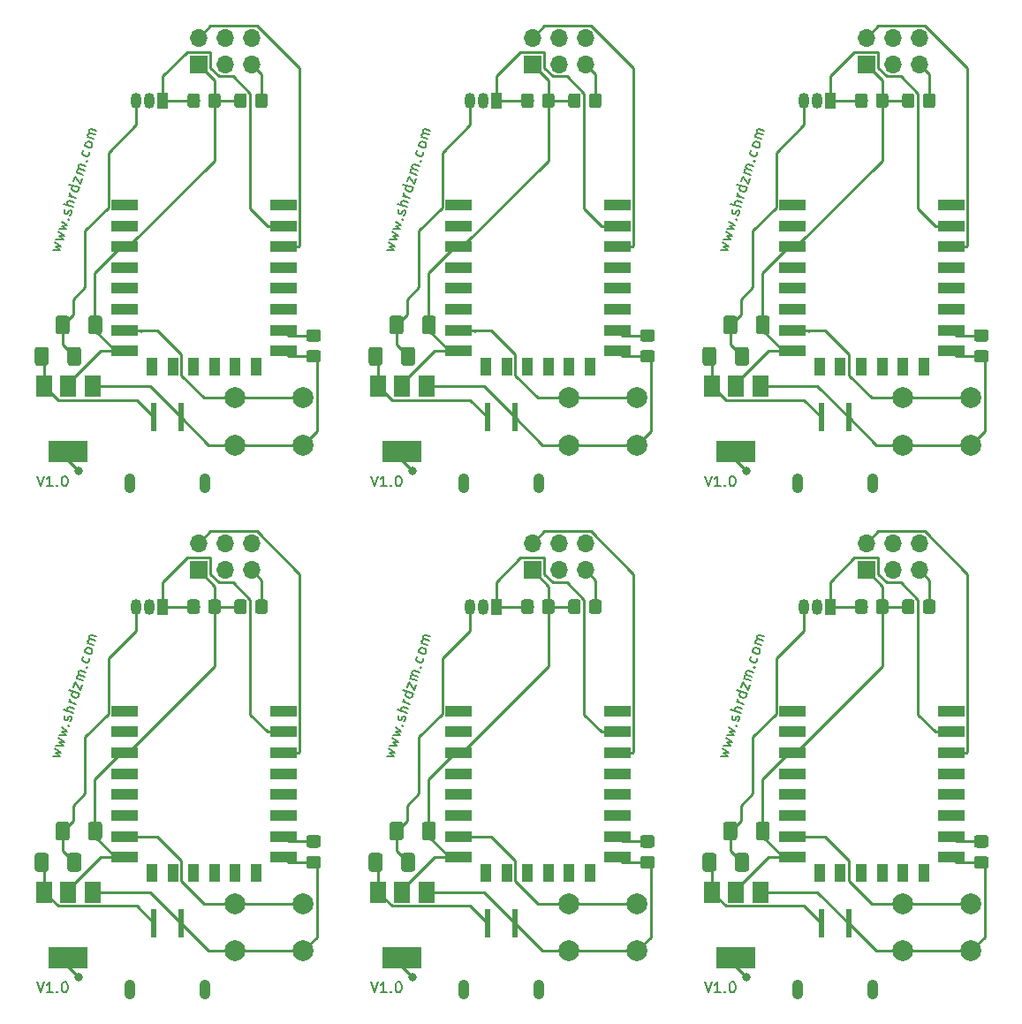
<source format=gbr>
G04 #@! TF.GenerationSoftware,KiCad,Pcbnew,(5.1.9)-1*
G04 #@! TF.CreationDate,2021-03-20T12:11:52+01:00*
G04 #@! TF.ProjectId,IM350,494d3335-302e-46b6-9963-61645f706362,rev?*
G04 #@! TF.SameCoordinates,Original*
G04 #@! TF.FileFunction,Copper,L1,Top*
G04 #@! TF.FilePolarity,Positive*
%FSLAX46Y46*%
G04 Gerber Fmt 4.6, Leading zero omitted, Abs format (unit mm)*
G04 Created by KiCad (PCBNEW (5.1.9)-1) date 2021-03-20 12:11:52*
%MOMM*%
%LPD*%
G01*
G04 APERTURE LIST*
G04 #@! TA.AperFunction,NonConductor*
%ADD10C,0.150000*%
G04 #@! TD*
G04 #@! TA.AperFunction,ComponentPad*
%ADD11O,1.700000X1.700000*%
G04 #@! TD*
G04 #@! TA.AperFunction,ComponentPad*
%ADD12R,1.700000X1.700000*%
G04 #@! TD*
G04 #@! TA.AperFunction,ComponentPad*
%ADD13C,2.000000*%
G04 #@! TD*
G04 #@! TA.AperFunction,ComponentPad*
%ADD14R,1.050000X1.500000*%
G04 #@! TD*
G04 #@! TA.AperFunction,ComponentPad*
%ADD15O,1.050000X1.500000*%
G04 #@! TD*
G04 #@! TA.AperFunction,SMDPad,CuDef*
%ADD16R,0.600000X2.800000*%
G04 #@! TD*
G04 #@! TA.AperFunction,ComponentPad*
%ADD17O,1.050000X1.900000*%
G04 #@! TD*
G04 #@! TA.AperFunction,SMDPad,CuDef*
%ADD18R,1.500000X2.000000*%
G04 #@! TD*
G04 #@! TA.AperFunction,SMDPad,CuDef*
%ADD19R,3.800000X2.000000*%
G04 #@! TD*
G04 #@! TA.AperFunction,SMDPad,CuDef*
%ADD20R,2.500000X1.000000*%
G04 #@! TD*
G04 #@! TA.AperFunction,SMDPad,CuDef*
%ADD21R,1.000000X1.800000*%
G04 #@! TD*
G04 #@! TA.AperFunction,ViaPad*
%ADD22C,0.800000*%
G04 #@! TD*
G04 #@! TA.AperFunction,Conductor*
%ADD23C,0.250000*%
G04 #@! TD*
G04 APERTURE END LIST*
D10*
X119999079Y-110311792D02*
X120692306Y-110324553D01*
X120292612Y-110003175D01*
X120803685Y-109960247D01*
X120221839Y-109583179D01*
X120305374Y-109309949D02*
X120998600Y-109322710D01*
X120598907Y-109001332D01*
X121109980Y-108958403D01*
X120528133Y-108581336D01*
X120611668Y-108308106D02*
X121304894Y-108320867D01*
X120905201Y-107999489D01*
X121416274Y-107956560D01*
X120834427Y-107579493D01*
X121492267Y-107382256D02*
X121551728Y-107350640D01*
X121583343Y-107410101D01*
X121523883Y-107441716D01*
X121492267Y-107382256D01*
X121583343Y-107410101D01*
X121663107Y-106986333D02*
X121736490Y-106909179D01*
X121792180Y-106727026D01*
X121774487Y-106622027D01*
X121697333Y-106548643D01*
X121651794Y-106534721D01*
X121546795Y-106552414D01*
X121473412Y-106629568D01*
X121431645Y-106766183D01*
X121358261Y-106843338D01*
X121253262Y-106861031D01*
X121207724Y-106847109D01*
X121130570Y-106773725D01*
X121112876Y-106668726D01*
X121154644Y-106532111D01*
X121228027Y-106454957D01*
X121959250Y-106180566D02*
X121002945Y-105888194D01*
X122084552Y-105770721D02*
X121583630Y-105617574D01*
X121478631Y-105635267D01*
X121405248Y-105712421D01*
X121363481Y-105849036D01*
X121381174Y-105954035D01*
X121412790Y-106013496D01*
X122223777Y-105315338D02*
X121586240Y-105120423D01*
X121768393Y-105176113D02*
X121691239Y-105102730D01*
X121659623Y-105043269D01*
X121641930Y-104938270D01*
X121669775Y-104847193D01*
X122530071Y-104313495D02*
X121573766Y-104021123D01*
X122484532Y-104299572D02*
X122502226Y-104404571D01*
X122446536Y-104586725D01*
X122373153Y-104663879D01*
X122313692Y-104695495D01*
X122208693Y-104713188D01*
X121935463Y-104629653D01*
X121858309Y-104556270D01*
X121826693Y-104496809D01*
X121809000Y-104391810D01*
X121864689Y-104209657D01*
X121938073Y-104132503D01*
X122003914Y-103754274D02*
X122157061Y-103253352D01*
X122641450Y-103949188D01*
X122794598Y-103448267D01*
X122905977Y-103083960D02*
X122268441Y-102889045D01*
X122359517Y-102916890D02*
X122327902Y-102857430D01*
X122310208Y-102752431D01*
X122351976Y-102615816D01*
X122425359Y-102538661D01*
X122530358Y-102520968D01*
X123031279Y-102674115D01*
X122530358Y-102520968D02*
X122453204Y-102447585D01*
X122435510Y-102342586D01*
X122477278Y-102205971D01*
X122550661Y-102128816D01*
X122655660Y-102111123D01*
X123156582Y-102264270D01*
X123204730Y-101781042D02*
X123264190Y-101749426D01*
X123295806Y-101808887D01*
X123236345Y-101840503D01*
X123204730Y-101781042D01*
X123295806Y-101808887D01*
X123514795Y-100929736D02*
X123532488Y-101034735D01*
X123476798Y-101216889D01*
X123403415Y-101294043D01*
X123343954Y-101325659D01*
X123238955Y-101343352D01*
X122965725Y-101259817D01*
X122888571Y-101186434D01*
X122856955Y-101126973D01*
X122839262Y-101021974D01*
X122894952Y-100839821D01*
X122968335Y-100762667D01*
X123727403Y-100397199D02*
X123654019Y-100474353D01*
X123594559Y-100505969D01*
X123489559Y-100523662D01*
X123216329Y-100440128D01*
X123139175Y-100366744D01*
X123107559Y-100307284D01*
X123089866Y-100202285D01*
X123131633Y-100065670D01*
X123205017Y-99988515D01*
X123264477Y-99956899D01*
X123369477Y-99939206D01*
X123642706Y-100022741D01*
X123719861Y-100096124D01*
X123751477Y-100155585D01*
X123769170Y-100260584D01*
X123727403Y-100397199D01*
X123950162Y-99668586D02*
X123312625Y-99473671D01*
X123403702Y-99501516D02*
X123372086Y-99442055D01*
X123354393Y-99337056D01*
X123396160Y-99200441D01*
X123469543Y-99123287D01*
X123574543Y-99105594D01*
X124075464Y-99258741D01*
X123574543Y-99105594D02*
X123497388Y-99032211D01*
X123479695Y-98927211D01*
X123521462Y-98790597D01*
X123594846Y-98713442D01*
X123699845Y-98695749D01*
X124200766Y-98848896D01*
X119999079Y-61811792D02*
X120692306Y-61824553D01*
X120292612Y-61503175D01*
X120803685Y-61460247D01*
X120221839Y-61083179D01*
X120305374Y-60809949D02*
X120998600Y-60822710D01*
X120598907Y-60501332D01*
X121109980Y-60458403D01*
X120528133Y-60081336D01*
X120611668Y-59808106D02*
X121304894Y-59820867D01*
X120905201Y-59499489D01*
X121416274Y-59456560D01*
X120834427Y-59079493D01*
X121492267Y-58882256D02*
X121551728Y-58850640D01*
X121583343Y-58910101D01*
X121523883Y-58941716D01*
X121492267Y-58882256D01*
X121583343Y-58910101D01*
X121663107Y-58486333D02*
X121736490Y-58409179D01*
X121792180Y-58227026D01*
X121774487Y-58122027D01*
X121697333Y-58048643D01*
X121651794Y-58034721D01*
X121546795Y-58052414D01*
X121473412Y-58129568D01*
X121431645Y-58266183D01*
X121358261Y-58343338D01*
X121253262Y-58361031D01*
X121207724Y-58347109D01*
X121130570Y-58273725D01*
X121112876Y-58168726D01*
X121154644Y-58032111D01*
X121228027Y-57954957D01*
X121959250Y-57680566D02*
X121002945Y-57388194D01*
X122084552Y-57270721D02*
X121583630Y-57117574D01*
X121478631Y-57135267D01*
X121405248Y-57212421D01*
X121363481Y-57349036D01*
X121381174Y-57454035D01*
X121412790Y-57513496D01*
X122223777Y-56815338D02*
X121586240Y-56620423D01*
X121768393Y-56676113D02*
X121691239Y-56602730D01*
X121659623Y-56543269D01*
X121641930Y-56438270D01*
X121669775Y-56347193D01*
X122530071Y-55813495D02*
X121573766Y-55521123D01*
X122484532Y-55799572D02*
X122502226Y-55904571D01*
X122446536Y-56086725D01*
X122373153Y-56163879D01*
X122313692Y-56195495D01*
X122208693Y-56213188D01*
X121935463Y-56129653D01*
X121858309Y-56056270D01*
X121826693Y-55996809D01*
X121809000Y-55891810D01*
X121864689Y-55709657D01*
X121938073Y-55632503D01*
X122003914Y-55254274D02*
X122157061Y-54753352D01*
X122641450Y-55449188D01*
X122794598Y-54948267D01*
X122905977Y-54583960D02*
X122268441Y-54389045D01*
X122359517Y-54416890D02*
X122327902Y-54357430D01*
X122310208Y-54252431D01*
X122351976Y-54115816D01*
X122425359Y-54038661D01*
X122530358Y-54020968D01*
X123031279Y-54174115D01*
X122530358Y-54020968D02*
X122453204Y-53947585D01*
X122435510Y-53842586D01*
X122477278Y-53705971D01*
X122550661Y-53628816D01*
X122655660Y-53611123D01*
X123156582Y-53764270D01*
X123204730Y-53281042D02*
X123264190Y-53249426D01*
X123295806Y-53308887D01*
X123236345Y-53340503D01*
X123204730Y-53281042D01*
X123295806Y-53308887D01*
X123514795Y-52429736D02*
X123532488Y-52534735D01*
X123476798Y-52716889D01*
X123403415Y-52794043D01*
X123343954Y-52825659D01*
X123238955Y-52843352D01*
X122965725Y-52759817D01*
X122888571Y-52686434D01*
X122856955Y-52626973D01*
X122839262Y-52521974D01*
X122894952Y-52339821D01*
X122968335Y-52262667D01*
X123727403Y-51897199D02*
X123654019Y-51974353D01*
X123594559Y-52005969D01*
X123489559Y-52023662D01*
X123216329Y-51940128D01*
X123139175Y-51866744D01*
X123107559Y-51807284D01*
X123089866Y-51702285D01*
X123131633Y-51565670D01*
X123205017Y-51488515D01*
X123264477Y-51456899D01*
X123369477Y-51439206D01*
X123642706Y-51522741D01*
X123719861Y-51596124D01*
X123751477Y-51655585D01*
X123769170Y-51760584D01*
X123727403Y-51897199D01*
X123950162Y-51168586D02*
X123312625Y-50973671D01*
X123403702Y-51001516D02*
X123372086Y-50942055D01*
X123354393Y-50837056D01*
X123396160Y-50700441D01*
X123469543Y-50623287D01*
X123574543Y-50605594D01*
X124075464Y-50758741D01*
X123574543Y-50605594D02*
X123497388Y-50532211D01*
X123479695Y-50427211D01*
X123521462Y-50290597D01*
X123594846Y-50213442D01*
X123699845Y-50195749D01*
X124200766Y-50348896D01*
X118476190Y-131952380D02*
X118809523Y-132952380D01*
X119142857Y-131952380D01*
X120000000Y-132952380D02*
X119428571Y-132952380D01*
X119714285Y-132952380D02*
X119714285Y-131952380D01*
X119619047Y-132095238D01*
X119523809Y-132190476D01*
X119428571Y-132238095D01*
X120428571Y-132857142D02*
X120476190Y-132904761D01*
X120428571Y-132952380D01*
X120380952Y-132904761D01*
X120428571Y-132857142D01*
X120428571Y-132952380D01*
X121095238Y-131952380D02*
X121190476Y-131952380D01*
X121285714Y-132000000D01*
X121333333Y-132047619D01*
X121380952Y-132142857D01*
X121428571Y-132333333D01*
X121428571Y-132571428D01*
X121380952Y-132761904D01*
X121333333Y-132857142D01*
X121285714Y-132904761D01*
X121190476Y-132952380D01*
X121095238Y-132952380D01*
X121000000Y-132904761D01*
X120952380Y-132857142D01*
X120904761Y-132761904D01*
X120857142Y-132571428D01*
X120857142Y-132333333D01*
X120904761Y-132142857D01*
X120952380Y-132047619D01*
X121000000Y-132000000D01*
X121095238Y-131952380D01*
X118476190Y-83452380D02*
X118809523Y-84452380D01*
X119142857Y-83452380D01*
X120000000Y-84452380D02*
X119428571Y-84452380D01*
X119714285Y-84452380D02*
X119714285Y-83452380D01*
X119619047Y-83595238D01*
X119523809Y-83690476D01*
X119428571Y-83738095D01*
X120428571Y-84357142D02*
X120476190Y-84404761D01*
X120428571Y-84452380D01*
X120380952Y-84404761D01*
X120428571Y-84357142D01*
X120428571Y-84452380D01*
X121095238Y-83452380D02*
X121190476Y-83452380D01*
X121285714Y-83500000D01*
X121333333Y-83547619D01*
X121380952Y-83642857D01*
X121428571Y-83833333D01*
X121428571Y-84071428D01*
X121380952Y-84261904D01*
X121333333Y-84357142D01*
X121285714Y-84404761D01*
X121190476Y-84452380D01*
X121095238Y-84452380D01*
X121000000Y-84404761D01*
X120952380Y-84357142D01*
X120904761Y-84261904D01*
X120857142Y-84071428D01*
X120857142Y-83833333D01*
X120904761Y-83642857D01*
X120952380Y-83547619D01*
X121000000Y-83500000D01*
X121095238Y-83452380D01*
X86476190Y-131952380D02*
X86809523Y-132952380D01*
X87142857Y-131952380D01*
X88000000Y-132952380D02*
X87428571Y-132952380D01*
X87714285Y-132952380D02*
X87714285Y-131952380D01*
X87619047Y-132095238D01*
X87523809Y-132190476D01*
X87428571Y-132238095D01*
X88428571Y-132857142D02*
X88476190Y-132904761D01*
X88428571Y-132952380D01*
X88380952Y-132904761D01*
X88428571Y-132857142D01*
X88428571Y-132952380D01*
X89095238Y-131952380D02*
X89190476Y-131952380D01*
X89285714Y-132000000D01*
X89333333Y-132047619D01*
X89380952Y-132142857D01*
X89428571Y-132333333D01*
X89428571Y-132571428D01*
X89380952Y-132761904D01*
X89333333Y-132857142D01*
X89285714Y-132904761D01*
X89190476Y-132952380D01*
X89095238Y-132952380D01*
X89000000Y-132904761D01*
X88952380Y-132857142D01*
X88904761Y-132761904D01*
X88857142Y-132571428D01*
X88857142Y-132333333D01*
X88904761Y-132142857D01*
X88952380Y-132047619D01*
X89000000Y-132000000D01*
X89095238Y-131952380D01*
X87999079Y-110311792D02*
X88692306Y-110324553D01*
X88292612Y-110003175D01*
X88803685Y-109960247D01*
X88221839Y-109583179D01*
X88305374Y-109309949D02*
X88998600Y-109322710D01*
X88598907Y-109001332D01*
X89109980Y-108958403D01*
X88528133Y-108581336D01*
X88611668Y-108308106D02*
X89304894Y-108320867D01*
X88905201Y-107999489D01*
X89416274Y-107956560D01*
X88834427Y-107579493D01*
X89492267Y-107382256D02*
X89551728Y-107350640D01*
X89583343Y-107410101D01*
X89523883Y-107441716D01*
X89492267Y-107382256D01*
X89583343Y-107410101D01*
X89663107Y-106986333D02*
X89736490Y-106909179D01*
X89792180Y-106727026D01*
X89774487Y-106622027D01*
X89697333Y-106548643D01*
X89651794Y-106534721D01*
X89546795Y-106552414D01*
X89473412Y-106629568D01*
X89431645Y-106766183D01*
X89358261Y-106843338D01*
X89253262Y-106861031D01*
X89207724Y-106847109D01*
X89130570Y-106773725D01*
X89112876Y-106668726D01*
X89154644Y-106532111D01*
X89228027Y-106454957D01*
X89959250Y-106180566D02*
X89002945Y-105888194D01*
X90084552Y-105770721D02*
X89583630Y-105617574D01*
X89478631Y-105635267D01*
X89405248Y-105712421D01*
X89363481Y-105849036D01*
X89381174Y-105954035D01*
X89412790Y-106013496D01*
X90223777Y-105315338D02*
X89586240Y-105120423D01*
X89768393Y-105176113D02*
X89691239Y-105102730D01*
X89659623Y-105043269D01*
X89641930Y-104938270D01*
X89669775Y-104847193D01*
X90530071Y-104313495D02*
X89573766Y-104021123D01*
X90484532Y-104299572D02*
X90502226Y-104404571D01*
X90446536Y-104586725D01*
X90373153Y-104663879D01*
X90313692Y-104695495D01*
X90208693Y-104713188D01*
X89935463Y-104629653D01*
X89858309Y-104556270D01*
X89826693Y-104496809D01*
X89809000Y-104391810D01*
X89864689Y-104209657D01*
X89938073Y-104132503D01*
X90003914Y-103754274D02*
X90157061Y-103253352D01*
X90641450Y-103949188D01*
X90794598Y-103448267D01*
X90905977Y-103083960D02*
X90268441Y-102889045D01*
X90359517Y-102916890D02*
X90327902Y-102857430D01*
X90310208Y-102752431D01*
X90351976Y-102615816D01*
X90425359Y-102538661D01*
X90530358Y-102520968D01*
X91031279Y-102674115D01*
X90530358Y-102520968D02*
X90453204Y-102447585D01*
X90435510Y-102342586D01*
X90477278Y-102205971D01*
X90550661Y-102128816D01*
X90655660Y-102111123D01*
X91156582Y-102264270D01*
X91204730Y-101781042D02*
X91264190Y-101749426D01*
X91295806Y-101808887D01*
X91236345Y-101840503D01*
X91204730Y-101781042D01*
X91295806Y-101808887D01*
X91514795Y-100929736D02*
X91532488Y-101034735D01*
X91476798Y-101216889D01*
X91403415Y-101294043D01*
X91343954Y-101325659D01*
X91238955Y-101343352D01*
X90965725Y-101259817D01*
X90888571Y-101186434D01*
X90856955Y-101126973D01*
X90839262Y-101021974D01*
X90894952Y-100839821D01*
X90968335Y-100762667D01*
X91727403Y-100397199D02*
X91654019Y-100474353D01*
X91594559Y-100505969D01*
X91489559Y-100523662D01*
X91216329Y-100440128D01*
X91139175Y-100366744D01*
X91107559Y-100307284D01*
X91089866Y-100202285D01*
X91131633Y-100065670D01*
X91205017Y-99988515D01*
X91264477Y-99956899D01*
X91369477Y-99939206D01*
X91642706Y-100022741D01*
X91719861Y-100096124D01*
X91751477Y-100155585D01*
X91769170Y-100260584D01*
X91727403Y-100397199D01*
X91950162Y-99668586D02*
X91312625Y-99473671D01*
X91403702Y-99501516D02*
X91372086Y-99442055D01*
X91354393Y-99337056D01*
X91396160Y-99200441D01*
X91469543Y-99123287D01*
X91574543Y-99105594D01*
X92075464Y-99258741D01*
X91574543Y-99105594D02*
X91497388Y-99032211D01*
X91479695Y-98927211D01*
X91521462Y-98790597D01*
X91594846Y-98713442D01*
X91699845Y-98695749D01*
X92200766Y-98848896D01*
X87999079Y-61811792D02*
X88692306Y-61824553D01*
X88292612Y-61503175D01*
X88803685Y-61460247D01*
X88221839Y-61083179D01*
X88305374Y-60809949D02*
X88998600Y-60822710D01*
X88598907Y-60501332D01*
X89109980Y-60458403D01*
X88528133Y-60081336D01*
X88611668Y-59808106D02*
X89304894Y-59820867D01*
X88905201Y-59499489D01*
X89416274Y-59456560D01*
X88834427Y-59079493D01*
X89492267Y-58882256D02*
X89551728Y-58850640D01*
X89583343Y-58910101D01*
X89523883Y-58941716D01*
X89492267Y-58882256D01*
X89583343Y-58910101D01*
X89663107Y-58486333D02*
X89736490Y-58409179D01*
X89792180Y-58227026D01*
X89774487Y-58122027D01*
X89697333Y-58048643D01*
X89651794Y-58034721D01*
X89546795Y-58052414D01*
X89473412Y-58129568D01*
X89431645Y-58266183D01*
X89358261Y-58343338D01*
X89253262Y-58361031D01*
X89207724Y-58347109D01*
X89130570Y-58273725D01*
X89112876Y-58168726D01*
X89154644Y-58032111D01*
X89228027Y-57954957D01*
X89959250Y-57680566D02*
X89002945Y-57388194D01*
X90084552Y-57270721D02*
X89583630Y-57117574D01*
X89478631Y-57135267D01*
X89405248Y-57212421D01*
X89363481Y-57349036D01*
X89381174Y-57454035D01*
X89412790Y-57513496D01*
X90223777Y-56815338D02*
X89586240Y-56620423D01*
X89768393Y-56676113D02*
X89691239Y-56602730D01*
X89659623Y-56543269D01*
X89641930Y-56438270D01*
X89669775Y-56347193D01*
X90530071Y-55813495D02*
X89573766Y-55521123D01*
X90484532Y-55799572D02*
X90502226Y-55904571D01*
X90446536Y-56086725D01*
X90373153Y-56163879D01*
X90313692Y-56195495D01*
X90208693Y-56213188D01*
X89935463Y-56129653D01*
X89858309Y-56056270D01*
X89826693Y-55996809D01*
X89809000Y-55891810D01*
X89864689Y-55709657D01*
X89938073Y-55632503D01*
X90003914Y-55254274D02*
X90157061Y-54753352D01*
X90641450Y-55449188D01*
X90794598Y-54948267D01*
X90905977Y-54583960D02*
X90268441Y-54389045D01*
X90359517Y-54416890D02*
X90327902Y-54357430D01*
X90310208Y-54252431D01*
X90351976Y-54115816D01*
X90425359Y-54038661D01*
X90530358Y-54020968D01*
X91031279Y-54174115D01*
X90530358Y-54020968D02*
X90453204Y-53947585D01*
X90435510Y-53842586D01*
X90477278Y-53705971D01*
X90550661Y-53628816D01*
X90655660Y-53611123D01*
X91156582Y-53764270D01*
X91204730Y-53281042D02*
X91264190Y-53249426D01*
X91295806Y-53308887D01*
X91236345Y-53340503D01*
X91204730Y-53281042D01*
X91295806Y-53308887D01*
X91514795Y-52429736D02*
X91532488Y-52534735D01*
X91476798Y-52716889D01*
X91403415Y-52794043D01*
X91343954Y-52825659D01*
X91238955Y-52843352D01*
X90965725Y-52759817D01*
X90888571Y-52686434D01*
X90856955Y-52626973D01*
X90839262Y-52521974D01*
X90894952Y-52339821D01*
X90968335Y-52262667D01*
X91727403Y-51897199D02*
X91654019Y-51974353D01*
X91594559Y-52005969D01*
X91489559Y-52023662D01*
X91216329Y-51940128D01*
X91139175Y-51866744D01*
X91107559Y-51807284D01*
X91089866Y-51702285D01*
X91131633Y-51565670D01*
X91205017Y-51488515D01*
X91264477Y-51456899D01*
X91369477Y-51439206D01*
X91642706Y-51522741D01*
X91719861Y-51596124D01*
X91751477Y-51655585D01*
X91769170Y-51760584D01*
X91727403Y-51897199D01*
X91950162Y-51168586D02*
X91312625Y-50973671D01*
X91403702Y-51001516D02*
X91372086Y-50942055D01*
X91354393Y-50837056D01*
X91396160Y-50700441D01*
X91469543Y-50623287D01*
X91574543Y-50605594D01*
X92075464Y-50758741D01*
X91574543Y-50605594D02*
X91497388Y-50532211D01*
X91479695Y-50427211D01*
X91521462Y-50290597D01*
X91594846Y-50213442D01*
X91699845Y-50195749D01*
X92200766Y-50348896D01*
X86476190Y-83452380D02*
X86809523Y-84452380D01*
X87142857Y-83452380D01*
X88000000Y-84452380D02*
X87428571Y-84452380D01*
X87714285Y-84452380D02*
X87714285Y-83452380D01*
X87619047Y-83595238D01*
X87523809Y-83690476D01*
X87428571Y-83738095D01*
X88428571Y-84357142D02*
X88476190Y-84404761D01*
X88428571Y-84452380D01*
X88380952Y-84404761D01*
X88428571Y-84357142D01*
X88428571Y-84452380D01*
X89095238Y-83452380D02*
X89190476Y-83452380D01*
X89285714Y-83500000D01*
X89333333Y-83547619D01*
X89380952Y-83642857D01*
X89428571Y-83833333D01*
X89428571Y-84071428D01*
X89380952Y-84261904D01*
X89333333Y-84357142D01*
X89285714Y-84404761D01*
X89190476Y-84452380D01*
X89095238Y-84452380D01*
X89000000Y-84404761D01*
X88952380Y-84357142D01*
X88904761Y-84261904D01*
X88857142Y-84071428D01*
X88857142Y-83833333D01*
X88904761Y-83642857D01*
X88952380Y-83547619D01*
X89000000Y-83500000D01*
X89095238Y-83452380D01*
X55999079Y-110311792D02*
X56692306Y-110324553D01*
X56292612Y-110003175D01*
X56803685Y-109960247D01*
X56221839Y-109583179D01*
X56305374Y-109309949D02*
X56998600Y-109322710D01*
X56598907Y-109001332D01*
X57109980Y-108958403D01*
X56528133Y-108581336D01*
X56611668Y-108308106D02*
X57304894Y-108320867D01*
X56905201Y-107999489D01*
X57416274Y-107956560D01*
X56834427Y-107579493D01*
X57492267Y-107382256D02*
X57551728Y-107350640D01*
X57583343Y-107410101D01*
X57523883Y-107441716D01*
X57492267Y-107382256D01*
X57583343Y-107410101D01*
X57663107Y-106986333D02*
X57736490Y-106909179D01*
X57792180Y-106727026D01*
X57774487Y-106622027D01*
X57697333Y-106548643D01*
X57651794Y-106534721D01*
X57546795Y-106552414D01*
X57473412Y-106629568D01*
X57431645Y-106766183D01*
X57358261Y-106843338D01*
X57253262Y-106861031D01*
X57207724Y-106847109D01*
X57130570Y-106773725D01*
X57112876Y-106668726D01*
X57154644Y-106532111D01*
X57228027Y-106454957D01*
X57959250Y-106180566D02*
X57002945Y-105888194D01*
X58084552Y-105770721D02*
X57583630Y-105617574D01*
X57478631Y-105635267D01*
X57405248Y-105712421D01*
X57363481Y-105849036D01*
X57381174Y-105954035D01*
X57412790Y-106013496D01*
X58223777Y-105315338D02*
X57586240Y-105120423D01*
X57768393Y-105176113D02*
X57691239Y-105102730D01*
X57659623Y-105043269D01*
X57641930Y-104938270D01*
X57669775Y-104847193D01*
X58530071Y-104313495D02*
X57573766Y-104021123D01*
X58484532Y-104299572D02*
X58502226Y-104404571D01*
X58446536Y-104586725D01*
X58373153Y-104663879D01*
X58313692Y-104695495D01*
X58208693Y-104713188D01*
X57935463Y-104629653D01*
X57858309Y-104556270D01*
X57826693Y-104496809D01*
X57809000Y-104391810D01*
X57864689Y-104209657D01*
X57938073Y-104132503D01*
X58003914Y-103754274D02*
X58157061Y-103253352D01*
X58641450Y-103949188D01*
X58794598Y-103448267D01*
X58905977Y-103083960D02*
X58268441Y-102889045D01*
X58359517Y-102916890D02*
X58327902Y-102857430D01*
X58310208Y-102752431D01*
X58351976Y-102615816D01*
X58425359Y-102538661D01*
X58530358Y-102520968D01*
X59031279Y-102674115D01*
X58530358Y-102520968D02*
X58453204Y-102447585D01*
X58435510Y-102342586D01*
X58477278Y-102205971D01*
X58550661Y-102128816D01*
X58655660Y-102111123D01*
X59156582Y-102264270D01*
X59204730Y-101781042D02*
X59264190Y-101749426D01*
X59295806Y-101808887D01*
X59236345Y-101840503D01*
X59204730Y-101781042D01*
X59295806Y-101808887D01*
X59514795Y-100929736D02*
X59532488Y-101034735D01*
X59476798Y-101216889D01*
X59403415Y-101294043D01*
X59343954Y-101325659D01*
X59238955Y-101343352D01*
X58965725Y-101259817D01*
X58888571Y-101186434D01*
X58856955Y-101126973D01*
X58839262Y-101021974D01*
X58894952Y-100839821D01*
X58968335Y-100762667D01*
X59727403Y-100397199D02*
X59654019Y-100474353D01*
X59594559Y-100505969D01*
X59489559Y-100523662D01*
X59216329Y-100440128D01*
X59139175Y-100366744D01*
X59107559Y-100307284D01*
X59089866Y-100202285D01*
X59131633Y-100065670D01*
X59205017Y-99988515D01*
X59264477Y-99956899D01*
X59369477Y-99939206D01*
X59642706Y-100022741D01*
X59719861Y-100096124D01*
X59751477Y-100155585D01*
X59769170Y-100260584D01*
X59727403Y-100397199D01*
X59950162Y-99668586D02*
X59312625Y-99473671D01*
X59403702Y-99501516D02*
X59372086Y-99442055D01*
X59354393Y-99337056D01*
X59396160Y-99200441D01*
X59469543Y-99123287D01*
X59574543Y-99105594D01*
X60075464Y-99258741D01*
X59574543Y-99105594D02*
X59497388Y-99032211D01*
X59479695Y-98927211D01*
X59521462Y-98790597D01*
X59594846Y-98713442D01*
X59699845Y-98695749D01*
X60200766Y-98848896D01*
X54476190Y-131952380D02*
X54809523Y-132952380D01*
X55142857Y-131952380D01*
X56000000Y-132952380D02*
X55428571Y-132952380D01*
X55714285Y-132952380D02*
X55714285Y-131952380D01*
X55619047Y-132095238D01*
X55523809Y-132190476D01*
X55428571Y-132238095D01*
X56428571Y-132857142D02*
X56476190Y-132904761D01*
X56428571Y-132952380D01*
X56380952Y-132904761D01*
X56428571Y-132857142D01*
X56428571Y-132952380D01*
X57095238Y-131952380D02*
X57190476Y-131952380D01*
X57285714Y-132000000D01*
X57333333Y-132047619D01*
X57380952Y-132142857D01*
X57428571Y-132333333D01*
X57428571Y-132571428D01*
X57380952Y-132761904D01*
X57333333Y-132857142D01*
X57285714Y-132904761D01*
X57190476Y-132952380D01*
X57095238Y-132952380D01*
X57000000Y-132904761D01*
X56952380Y-132857142D01*
X56904761Y-132761904D01*
X56857142Y-132571428D01*
X56857142Y-132333333D01*
X56904761Y-132142857D01*
X56952380Y-132047619D01*
X57000000Y-132000000D01*
X57095238Y-131952380D01*
X55999079Y-61811792D02*
X56692306Y-61824553D01*
X56292612Y-61503175D01*
X56803685Y-61460247D01*
X56221839Y-61083179D01*
X56305374Y-60809949D02*
X56998600Y-60822710D01*
X56598907Y-60501332D01*
X57109980Y-60458403D01*
X56528133Y-60081336D01*
X56611668Y-59808106D02*
X57304894Y-59820867D01*
X56905201Y-59499489D01*
X57416274Y-59456560D01*
X56834427Y-59079493D01*
X57492267Y-58882256D02*
X57551728Y-58850640D01*
X57583343Y-58910101D01*
X57523883Y-58941716D01*
X57492267Y-58882256D01*
X57583343Y-58910101D01*
X57663107Y-58486333D02*
X57736490Y-58409179D01*
X57792180Y-58227026D01*
X57774487Y-58122027D01*
X57697333Y-58048643D01*
X57651794Y-58034721D01*
X57546795Y-58052414D01*
X57473412Y-58129568D01*
X57431645Y-58266183D01*
X57358261Y-58343338D01*
X57253262Y-58361031D01*
X57207724Y-58347109D01*
X57130570Y-58273725D01*
X57112876Y-58168726D01*
X57154644Y-58032111D01*
X57228027Y-57954957D01*
X57959250Y-57680566D02*
X57002945Y-57388194D01*
X58084552Y-57270721D02*
X57583630Y-57117574D01*
X57478631Y-57135267D01*
X57405248Y-57212421D01*
X57363481Y-57349036D01*
X57381174Y-57454035D01*
X57412790Y-57513496D01*
X58223777Y-56815338D02*
X57586240Y-56620423D01*
X57768393Y-56676113D02*
X57691239Y-56602730D01*
X57659623Y-56543269D01*
X57641930Y-56438270D01*
X57669775Y-56347193D01*
X58530071Y-55813495D02*
X57573766Y-55521123D01*
X58484532Y-55799572D02*
X58502226Y-55904571D01*
X58446536Y-56086725D01*
X58373153Y-56163879D01*
X58313692Y-56195495D01*
X58208693Y-56213188D01*
X57935463Y-56129653D01*
X57858309Y-56056270D01*
X57826693Y-55996809D01*
X57809000Y-55891810D01*
X57864689Y-55709657D01*
X57938073Y-55632503D01*
X58003914Y-55254274D02*
X58157061Y-54753352D01*
X58641450Y-55449188D01*
X58794598Y-54948267D01*
X58905977Y-54583960D02*
X58268441Y-54389045D01*
X58359517Y-54416890D02*
X58327902Y-54357430D01*
X58310208Y-54252431D01*
X58351976Y-54115816D01*
X58425359Y-54038661D01*
X58530358Y-54020968D01*
X59031279Y-54174115D01*
X58530358Y-54020968D02*
X58453204Y-53947585D01*
X58435510Y-53842586D01*
X58477278Y-53705971D01*
X58550661Y-53628816D01*
X58655660Y-53611123D01*
X59156582Y-53764270D01*
X59204730Y-53281042D02*
X59264190Y-53249426D01*
X59295806Y-53308887D01*
X59236345Y-53340503D01*
X59204730Y-53281042D01*
X59295806Y-53308887D01*
X59514795Y-52429736D02*
X59532488Y-52534735D01*
X59476798Y-52716889D01*
X59403415Y-52794043D01*
X59343954Y-52825659D01*
X59238955Y-52843352D01*
X58965725Y-52759817D01*
X58888571Y-52686434D01*
X58856955Y-52626973D01*
X58839262Y-52521974D01*
X58894952Y-52339821D01*
X58968335Y-52262667D01*
X59727403Y-51897199D02*
X59654019Y-51974353D01*
X59594559Y-52005969D01*
X59489559Y-52023662D01*
X59216329Y-51940128D01*
X59139175Y-51866744D01*
X59107559Y-51807284D01*
X59089866Y-51702285D01*
X59131633Y-51565670D01*
X59205017Y-51488515D01*
X59264477Y-51456899D01*
X59369477Y-51439206D01*
X59642706Y-51522741D01*
X59719861Y-51596124D01*
X59751477Y-51655585D01*
X59769170Y-51760584D01*
X59727403Y-51897199D01*
X59950162Y-51168586D02*
X59312625Y-50973671D01*
X59403702Y-51001516D02*
X59372086Y-50942055D01*
X59354393Y-50837056D01*
X59396160Y-50700441D01*
X59469543Y-50623287D01*
X59574543Y-50605594D01*
X60075464Y-50758741D01*
X59574543Y-50605594D02*
X59497388Y-50532211D01*
X59479695Y-50427211D01*
X59521462Y-50290597D01*
X59594846Y-50213442D01*
X59699845Y-50195749D01*
X60200766Y-50348896D01*
X54476190Y-83452380D02*
X54809523Y-84452380D01*
X55142857Y-83452380D01*
X56000000Y-84452380D02*
X55428571Y-84452380D01*
X55714285Y-84452380D02*
X55714285Y-83452380D01*
X55619047Y-83595238D01*
X55523809Y-83690476D01*
X55428571Y-83738095D01*
X56428571Y-84357142D02*
X56476190Y-84404761D01*
X56428571Y-84452380D01*
X56380952Y-84404761D01*
X56428571Y-84357142D01*
X56428571Y-84452380D01*
X57095238Y-83452380D02*
X57190476Y-83452380D01*
X57285714Y-83500000D01*
X57333333Y-83547619D01*
X57380952Y-83642857D01*
X57428571Y-83833333D01*
X57428571Y-84071428D01*
X57380952Y-84261904D01*
X57333333Y-84357142D01*
X57285714Y-84404761D01*
X57190476Y-84452380D01*
X57095238Y-84452380D01*
X57000000Y-84404761D01*
X56952380Y-84357142D01*
X56904761Y-84261904D01*
X56857142Y-84071428D01*
X56857142Y-83833333D01*
X56904761Y-83642857D01*
X56952380Y-83547619D01*
X57000000Y-83500000D01*
X57095238Y-83452380D01*
D11*
X75040000Y-41460000D03*
X75040000Y-44000000D03*
X72500000Y-41460000D03*
X72500000Y-44000000D03*
X69960000Y-41460000D03*
D12*
X69960000Y-44000000D03*
D11*
X75040000Y-89960000D03*
X75040000Y-92500000D03*
X72500000Y-89960000D03*
X72500000Y-92500000D03*
X69960000Y-89960000D03*
D12*
X69960000Y-92500000D03*
D11*
X107040000Y-89960000D03*
X107040000Y-92500000D03*
X104500000Y-89960000D03*
X104500000Y-92500000D03*
X101960000Y-89960000D03*
D12*
X101960000Y-92500000D03*
D11*
X107040000Y-41460000D03*
X107040000Y-44000000D03*
X104500000Y-41460000D03*
X104500000Y-44000000D03*
X101960000Y-41460000D03*
D12*
X101960000Y-44000000D03*
D11*
X139040000Y-41460000D03*
X139040000Y-44000000D03*
X136500000Y-41460000D03*
X136500000Y-44000000D03*
X133960000Y-41460000D03*
D12*
X133960000Y-44000000D03*
D11*
X139040000Y-89960000D03*
X139040000Y-92500000D03*
X136500000Y-89960000D03*
X136500000Y-92500000D03*
X133960000Y-89960000D03*
D12*
X133960000Y-92500000D03*
G04 #@! TA.AperFunction,SMDPad,CuDef*
G36*
G01*
X121600000Y-68349999D02*
X121600000Y-69650001D01*
G75*
G02*
X121350001Y-69900000I-249999J0D01*
G01*
X120524999Y-69900000D01*
G75*
G02*
X120275000Y-69650001I0J249999D01*
G01*
X120275000Y-68349999D01*
G75*
G02*
X120524999Y-68100000I249999J0D01*
G01*
X121350001Y-68100000D01*
G75*
G02*
X121600000Y-68349999I0J-249999D01*
G01*
G37*
G04 #@! TD.AperFunction*
G04 #@! TA.AperFunction,SMDPad,CuDef*
G36*
G01*
X124725000Y-68349999D02*
X124725000Y-69650001D01*
G75*
G02*
X124475001Y-69900000I-249999J0D01*
G01*
X123649999Y-69900000D01*
G75*
G02*
X123400000Y-69650001I0J249999D01*
G01*
X123400000Y-68349999D01*
G75*
G02*
X123649999Y-68100000I249999J0D01*
G01*
X124475001Y-68100000D01*
G75*
G02*
X124725000Y-68349999I0J-249999D01*
G01*
G37*
G04 #@! TD.AperFunction*
G04 #@! TA.AperFunction,SMDPad,CuDef*
G36*
G01*
X119600000Y-71349999D02*
X119600000Y-72650001D01*
G75*
G02*
X119350001Y-72900000I-249999J0D01*
G01*
X118524999Y-72900000D01*
G75*
G02*
X118275000Y-72650001I0J249999D01*
G01*
X118275000Y-71349999D01*
G75*
G02*
X118524999Y-71100000I249999J0D01*
G01*
X119350001Y-71100000D01*
G75*
G02*
X119600000Y-71349999I0J-249999D01*
G01*
G37*
G04 #@! TD.AperFunction*
G04 #@! TA.AperFunction,SMDPad,CuDef*
G36*
G01*
X122725000Y-71349999D02*
X122725000Y-72650001D01*
G75*
G02*
X122475001Y-72900000I-249999J0D01*
G01*
X121649999Y-72900000D01*
G75*
G02*
X121400000Y-72650001I0J249999D01*
G01*
X121400000Y-71349999D01*
G75*
G02*
X121649999Y-71100000I249999J0D01*
G01*
X122475001Y-71100000D01*
G75*
G02*
X122725000Y-71349999I0J-249999D01*
G01*
G37*
G04 #@! TD.AperFunction*
G04 #@! TA.AperFunction,SMDPad,CuDef*
G36*
G01*
X145450001Y-121100000D02*
X144549999Y-121100000D01*
G75*
G02*
X144300000Y-120850001I0J249999D01*
G01*
X144300000Y-120149999D01*
G75*
G02*
X144549999Y-119900000I249999J0D01*
G01*
X145450001Y-119900000D01*
G75*
G02*
X145700000Y-120149999I0J-249999D01*
G01*
X145700000Y-120850001D01*
G75*
G02*
X145450001Y-121100000I-249999J0D01*
G01*
G37*
G04 #@! TD.AperFunction*
G04 #@! TA.AperFunction,SMDPad,CuDef*
G36*
G01*
X145450001Y-119100000D02*
X144549999Y-119100000D01*
G75*
G02*
X144300000Y-118850001I0J249999D01*
G01*
X144300000Y-118149999D01*
G75*
G02*
X144549999Y-117900000I249999J0D01*
G01*
X145450001Y-117900000D01*
G75*
G02*
X145700000Y-118149999I0J-249999D01*
G01*
X145700000Y-118850001D01*
G75*
G02*
X145450001Y-119100000I-249999J0D01*
G01*
G37*
G04 #@! TD.AperFunction*
G04 #@! TA.AperFunction,SMDPad,CuDef*
G36*
G01*
X136100000Y-95549999D02*
X136100000Y-96450001D01*
G75*
G02*
X135850001Y-96700000I-249999J0D01*
G01*
X135149999Y-96700000D01*
G75*
G02*
X134900000Y-96450001I0J249999D01*
G01*
X134900000Y-95549999D01*
G75*
G02*
X135149999Y-95300000I249999J0D01*
G01*
X135850001Y-95300000D01*
G75*
G02*
X136100000Y-95549999I0J-249999D01*
G01*
G37*
G04 #@! TD.AperFunction*
G04 #@! TA.AperFunction,SMDPad,CuDef*
G36*
G01*
X134100000Y-95549999D02*
X134100000Y-96450001D01*
G75*
G02*
X133850001Y-96700000I-249999J0D01*
G01*
X133149999Y-96700000D01*
G75*
G02*
X132900000Y-96450001I0J249999D01*
G01*
X132900000Y-95549999D01*
G75*
G02*
X133149999Y-95300000I249999J0D01*
G01*
X133850001Y-95300000D01*
G75*
G02*
X134100000Y-95549999I0J-249999D01*
G01*
G37*
G04 #@! TD.AperFunction*
G04 #@! TA.AperFunction,SMDPad,CuDef*
G36*
G01*
X140600000Y-95549999D02*
X140600000Y-96450001D01*
G75*
G02*
X140350001Y-96700000I-249999J0D01*
G01*
X139649999Y-96700000D01*
G75*
G02*
X139400000Y-96450001I0J249999D01*
G01*
X139400000Y-95549999D01*
G75*
G02*
X139649999Y-95300000I249999J0D01*
G01*
X140350001Y-95300000D01*
G75*
G02*
X140600000Y-95549999I0J-249999D01*
G01*
G37*
G04 #@! TD.AperFunction*
G04 #@! TA.AperFunction,SMDPad,CuDef*
G36*
G01*
X138600000Y-95549999D02*
X138600000Y-96450001D01*
G75*
G02*
X138350001Y-96700000I-249999J0D01*
G01*
X137649999Y-96700000D01*
G75*
G02*
X137400000Y-96450001I0J249999D01*
G01*
X137400000Y-95549999D01*
G75*
G02*
X137649999Y-95300000I249999J0D01*
G01*
X138350001Y-95300000D01*
G75*
G02*
X138600000Y-95549999I0J-249999D01*
G01*
G37*
G04 #@! TD.AperFunction*
D13*
X144000000Y-124500000D03*
X144000000Y-129000000D03*
X137500000Y-124500000D03*
X137500000Y-129000000D03*
D14*
X130500000Y-47500000D03*
D15*
X127960000Y-47500000D03*
X129230000Y-47500000D03*
D16*
X129700000Y-77850000D03*
X132300000Y-77850000D03*
D17*
X127425000Y-84200000D03*
X134575000Y-84200000D03*
D18*
X123800000Y-123350000D03*
X119200000Y-123350000D03*
X121500000Y-123350000D03*
D19*
X121500000Y-129650000D03*
G04 #@! TA.AperFunction,SMDPad,CuDef*
G36*
G01*
X124725000Y-116849999D02*
X124725000Y-118150001D01*
G75*
G02*
X124475001Y-118400000I-249999J0D01*
G01*
X123649999Y-118400000D01*
G75*
G02*
X123400000Y-118150001I0J249999D01*
G01*
X123400000Y-116849999D01*
G75*
G02*
X123649999Y-116600000I249999J0D01*
G01*
X124475001Y-116600000D01*
G75*
G02*
X124725000Y-116849999I0J-249999D01*
G01*
G37*
G04 #@! TD.AperFunction*
G04 #@! TA.AperFunction,SMDPad,CuDef*
G36*
G01*
X121600000Y-116849999D02*
X121600000Y-118150001D01*
G75*
G02*
X121350001Y-118400000I-249999J0D01*
G01*
X120524999Y-118400000D01*
G75*
G02*
X120275000Y-118150001I0J249999D01*
G01*
X120275000Y-116849999D01*
G75*
G02*
X120524999Y-116600000I249999J0D01*
G01*
X121350001Y-116600000D01*
G75*
G02*
X121600000Y-116849999I0J-249999D01*
G01*
G37*
G04 #@! TD.AperFunction*
D17*
X134575000Y-132700000D03*
X127425000Y-132700000D03*
D16*
X132300000Y-126350000D03*
X129700000Y-126350000D03*
D15*
X129230000Y-96000000D03*
X127960000Y-96000000D03*
D14*
X130500000Y-96000000D03*
G04 #@! TA.AperFunction,SMDPad,CuDef*
G36*
G01*
X134100000Y-47049999D02*
X134100000Y-47950001D01*
G75*
G02*
X133850001Y-48200000I-249999J0D01*
G01*
X133149999Y-48200000D01*
G75*
G02*
X132900000Y-47950001I0J249999D01*
G01*
X132900000Y-47049999D01*
G75*
G02*
X133149999Y-46800000I249999J0D01*
G01*
X133850001Y-46800000D01*
G75*
G02*
X134100000Y-47049999I0J-249999D01*
G01*
G37*
G04 #@! TD.AperFunction*
G04 #@! TA.AperFunction,SMDPad,CuDef*
G36*
G01*
X136100000Y-47049999D02*
X136100000Y-47950001D01*
G75*
G02*
X135850001Y-48200000I-249999J0D01*
G01*
X135149999Y-48200000D01*
G75*
G02*
X134900000Y-47950001I0J249999D01*
G01*
X134900000Y-47049999D01*
G75*
G02*
X135149999Y-46800000I249999J0D01*
G01*
X135850001Y-46800000D01*
G75*
G02*
X136100000Y-47049999I0J-249999D01*
G01*
G37*
G04 #@! TD.AperFunction*
G04 #@! TA.AperFunction,SMDPad,CuDef*
G36*
G01*
X122725000Y-119849999D02*
X122725000Y-121150001D01*
G75*
G02*
X122475001Y-121400000I-249999J0D01*
G01*
X121649999Y-121400000D01*
G75*
G02*
X121400000Y-121150001I0J249999D01*
G01*
X121400000Y-119849999D01*
G75*
G02*
X121649999Y-119600000I249999J0D01*
G01*
X122475001Y-119600000D01*
G75*
G02*
X122725000Y-119849999I0J-249999D01*
G01*
G37*
G04 #@! TD.AperFunction*
G04 #@! TA.AperFunction,SMDPad,CuDef*
G36*
G01*
X119600000Y-119849999D02*
X119600000Y-121150001D01*
G75*
G02*
X119350001Y-121400000I-249999J0D01*
G01*
X118524999Y-121400000D01*
G75*
G02*
X118275000Y-121150001I0J249999D01*
G01*
X118275000Y-119849999D01*
G75*
G02*
X118524999Y-119600000I249999J0D01*
G01*
X119350001Y-119600000D01*
G75*
G02*
X119600000Y-119849999I0J-249999D01*
G01*
G37*
G04 #@! TD.AperFunction*
G04 #@! TA.AperFunction,SMDPad,CuDef*
G36*
G01*
X145450001Y-70600000D02*
X144549999Y-70600000D01*
G75*
G02*
X144300000Y-70350001I0J249999D01*
G01*
X144300000Y-69649999D01*
G75*
G02*
X144549999Y-69400000I249999J0D01*
G01*
X145450001Y-69400000D01*
G75*
G02*
X145700000Y-69649999I0J-249999D01*
G01*
X145700000Y-70350001D01*
G75*
G02*
X145450001Y-70600000I-249999J0D01*
G01*
G37*
G04 #@! TD.AperFunction*
G04 #@! TA.AperFunction,SMDPad,CuDef*
G36*
G01*
X145450001Y-72600000D02*
X144549999Y-72600000D01*
G75*
G02*
X144300000Y-72350001I0J249999D01*
G01*
X144300000Y-71649999D01*
G75*
G02*
X144549999Y-71400000I249999J0D01*
G01*
X145450001Y-71400000D01*
G75*
G02*
X145700000Y-71649999I0J-249999D01*
G01*
X145700000Y-72350001D01*
G75*
G02*
X145450001Y-72600000I-249999J0D01*
G01*
G37*
G04 #@! TD.AperFunction*
D19*
X121500000Y-81150000D03*
D18*
X121500000Y-74850000D03*
X119200000Y-74850000D03*
X123800000Y-74850000D03*
D20*
X126900000Y-57500000D03*
X126900000Y-59500000D03*
X126900000Y-61500000D03*
X126900000Y-63500000D03*
X126900000Y-65500000D03*
X126900000Y-67500000D03*
X126900000Y-69500000D03*
X126900000Y-71500000D03*
D21*
X129500000Y-73000000D03*
X131500000Y-73000000D03*
X133500000Y-73000000D03*
X135500000Y-73000000D03*
X137500000Y-73000000D03*
X139500000Y-73000000D03*
D20*
X142100000Y-71500000D03*
X142100000Y-69500000D03*
X142100000Y-67500000D03*
X142100000Y-65500000D03*
X142100000Y-63500000D03*
X142100000Y-61500000D03*
X142100000Y-59500000D03*
X142100000Y-57500000D03*
D13*
X137500000Y-80500000D03*
X137500000Y-76000000D03*
X144000000Y-80500000D03*
X144000000Y-76000000D03*
D20*
X142100000Y-106000000D03*
X142100000Y-108000000D03*
X142100000Y-110000000D03*
X142100000Y-112000000D03*
X142100000Y-114000000D03*
X142100000Y-116000000D03*
X142100000Y-118000000D03*
X142100000Y-120000000D03*
D21*
X139500000Y-121500000D03*
X137500000Y-121500000D03*
X135500000Y-121500000D03*
X133500000Y-121500000D03*
X131500000Y-121500000D03*
X129500000Y-121500000D03*
D20*
X126900000Y-120000000D03*
X126900000Y-118000000D03*
X126900000Y-116000000D03*
X126900000Y-114000000D03*
X126900000Y-112000000D03*
X126900000Y-110000000D03*
X126900000Y-108000000D03*
X126900000Y-106000000D03*
G04 #@! TA.AperFunction,SMDPad,CuDef*
G36*
G01*
X138600000Y-47049999D02*
X138600000Y-47950001D01*
G75*
G02*
X138350001Y-48200000I-249999J0D01*
G01*
X137649999Y-48200000D01*
G75*
G02*
X137400000Y-47950001I0J249999D01*
G01*
X137400000Y-47049999D01*
G75*
G02*
X137649999Y-46800000I249999J0D01*
G01*
X138350001Y-46800000D01*
G75*
G02*
X138600000Y-47049999I0J-249999D01*
G01*
G37*
G04 #@! TD.AperFunction*
G04 #@! TA.AperFunction,SMDPad,CuDef*
G36*
G01*
X140600000Y-47049999D02*
X140600000Y-47950001D01*
G75*
G02*
X140350001Y-48200000I-249999J0D01*
G01*
X139649999Y-48200000D01*
G75*
G02*
X139400000Y-47950001I0J249999D01*
G01*
X139400000Y-47049999D01*
G75*
G02*
X139649999Y-46800000I249999J0D01*
G01*
X140350001Y-46800000D01*
G75*
G02*
X140600000Y-47049999I0J-249999D01*
G01*
G37*
G04 #@! TD.AperFunction*
G04 #@! TA.AperFunction,SMDPad,CuDef*
G36*
G01*
X92725000Y-68349999D02*
X92725000Y-69650001D01*
G75*
G02*
X92475001Y-69900000I-249999J0D01*
G01*
X91649999Y-69900000D01*
G75*
G02*
X91400000Y-69650001I0J249999D01*
G01*
X91400000Y-68349999D01*
G75*
G02*
X91649999Y-68100000I249999J0D01*
G01*
X92475001Y-68100000D01*
G75*
G02*
X92725000Y-68349999I0J-249999D01*
G01*
G37*
G04 #@! TD.AperFunction*
G04 #@! TA.AperFunction,SMDPad,CuDef*
G36*
G01*
X89600000Y-68349999D02*
X89600000Y-69650001D01*
G75*
G02*
X89350001Y-69900000I-249999J0D01*
G01*
X88524999Y-69900000D01*
G75*
G02*
X88275000Y-69650001I0J249999D01*
G01*
X88275000Y-68349999D01*
G75*
G02*
X88524999Y-68100000I249999J0D01*
G01*
X89350001Y-68100000D01*
G75*
G02*
X89600000Y-68349999I0J-249999D01*
G01*
G37*
G04 #@! TD.AperFunction*
G04 #@! TA.AperFunction,SMDPad,CuDef*
G36*
G01*
X90725000Y-71349999D02*
X90725000Y-72650001D01*
G75*
G02*
X90475001Y-72900000I-249999J0D01*
G01*
X89649999Y-72900000D01*
G75*
G02*
X89400000Y-72650001I0J249999D01*
G01*
X89400000Y-71349999D01*
G75*
G02*
X89649999Y-71100000I249999J0D01*
G01*
X90475001Y-71100000D01*
G75*
G02*
X90725000Y-71349999I0J-249999D01*
G01*
G37*
G04 #@! TD.AperFunction*
G04 #@! TA.AperFunction,SMDPad,CuDef*
G36*
G01*
X87600000Y-71349999D02*
X87600000Y-72650001D01*
G75*
G02*
X87350001Y-72900000I-249999J0D01*
G01*
X86524999Y-72900000D01*
G75*
G02*
X86275000Y-72650001I0J249999D01*
G01*
X86275000Y-71349999D01*
G75*
G02*
X86524999Y-71100000I249999J0D01*
G01*
X87350001Y-71100000D01*
G75*
G02*
X87600000Y-71349999I0J-249999D01*
G01*
G37*
G04 #@! TD.AperFunction*
G04 #@! TA.AperFunction,SMDPad,CuDef*
G36*
G01*
X113450001Y-119100000D02*
X112549999Y-119100000D01*
G75*
G02*
X112300000Y-118850001I0J249999D01*
G01*
X112300000Y-118149999D01*
G75*
G02*
X112549999Y-117900000I249999J0D01*
G01*
X113450001Y-117900000D01*
G75*
G02*
X113700000Y-118149999I0J-249999D01*
G01*
X113700000Y-118850001D01*
G75*
G02*
X113450001Y-119100000I-249999J0D01*
G01*
G37*
G04 #@! TD.AperFunction*
G04 #@! TA.AperFunction,SMDPad,CuDef*
G36*
G01*
X113450001Y-121100000D02*
X112549999Y-121100000D01*
G75*
G02*
X112300000Y-120850001I0J249999D01*
G01*
X112300000Y-120149999D01*
G75*
G02*
X112549999Y-119900000I249999J0D01*
G01*
X113450001Y-119900000D01*
G75*
G02*
X113700000Y-120149999I0J-249999D01*
G01*
X113700000Y-120850001D01*
G75*
G02*
X113450001Y-121100000I-249999J0D01*
G01*
G37*
G04 #@! TD.AperFunction*
G04 #@! TA.AperFunction,SMDPad,CuDef*
G36*
G01*
X102100000Y-95549999D02*
X102100000Y-96450001D01*
G75*
G02*
X101850001Y-96700000I-249999J0D01*
G01*
X101149999Y-96700000D01*
G75*
G02*
X100900000Y-96450001I0J249999D01*
G01*
X100900000Y-95549999D01*
G75*
G02*
X101149999Y-95300000I249999J0D01*
G01*
X101850001Y-95300000D01*
G75*
G02*
X102100000Y-95549999I0J-249999D01*
G01*
G37*
G04 #@! TD.AperFunction*
G04 #@! TA.AperFunction,SMDPad,CuDef*
G36*
G01*
X104100000Y-95549999D02*
X104100000Y-96450001D01*
G75*
G02*
X103850001Y-96700000I-249999J0D01*
G01*
X103149999Y-96700000D01*
G75*
G02*
X102900000Y-96450001I0J249999D01*
G01*
X102900000Y-95549999D01*
G75*
G02*
X103149999Y-95300000I249999J0D01*
G01*
X103850001Y-95300000D01*
G75*
G02*
X104100000Y-95549999I0J-249999D01*
G01*
G37*
G04 #@! TD.AperFunction*
G04 #@! TA.AperFunction,SMDPad,CuDef*
G36*
G01*
X106600000Y-95549999D02*
X106600000Y-96450001D01*
G75*
G02*
X106350001Y-96700000I-249999J0D01*
G01*
X105649999Y-96700000D01*
G75*
G02*
X105400000Y-96450001I0J249999D01*
G01*
X105400000Y-95549999D01*
G75*
G02*
X105649999Y-95300000I249999J0D01*
G01*
X106350001Y-95300000D01*
G75*
G02*
X106600000Y-95549999I0J-249999D01*
G01*
G37*
G04 #@! TD.AperFunction*
G04 #@! TA.AperFunction,SMDPad,CuDef*
G36*
G01*
X108600000Y-95549999D02*
X108600000Y-96450001D01*
G75*
G02*
X108350001Y-96700000I-249999J0D01*
G01*
X107649999Y-96700000D01*
G75*
G02*
X107400000Y-96450001I0J249999D01*
G01*
X107400000Y-95549999D01*
G75*
G02*
X107649999Y-95300000I249999J0D01*
G01*
X108350001Y-95300000D01*
G75*
G02*
X108600000Y-95549999I0J-249999D01*
G01*
G37*
G04 #@! TD.AperFunction*
D13*
X105500000Y-129000000D03*
X105500000Y-124500000D03*
X112000000Y-129000000D03*
X112000000Y-124500000D03*
D15*
X97230000Y-47500000D03*
X95960000Y-47500000D03*
D14*
X98500000Y-47500000D03*
D17*
X102575000Y-84200000D03*
X95425000Y-84200000D03*
D16*
X100300000Y-77850000D03*
X97700000Y-77850000D03*
D19*
X89500000Y-129650000D03*
D18*
X89500000Y-123350000D03*
X87200000Y-123350000D03*
X91800000Y-123350000D03*
D20*
X94900000Y-106000000D03*
X94900000Y-108000000D03*
X94900000Y-110000000D03*
X94900000Y-112000000D03*
X94900000Y-114000000D03*
X94900000Y-116000000D03*
X94900000Y-118000000D03*
X94900000Y-120000000D03*
D21*
X97500000Y-121500000D03*
X99500000Y-121500000D03*
X101500000Y-121500000D03*
X103500000Y-121500000D03*
X105500000Y-121500000D03*
X107500000Y-121500000D03*
D20*
X110100000Y-120000000D03*
X110100000Y-118000000D03*
X110100000Y-116000000D03*
X110100000Y-114000000D03*
X110100000Y-112000000D03*
X110100000Y-110000000D03*
X110100000Y-108000000D03*
X110100000Y-106000000D03*
G04 #@! TA.AperFunction,SMDPad,CuDef*
G36*
G01*
X89600000Y-116849999D02*
X89600000Y-118150001D01*
G75*
G02*
X89350001Y-118400000I-249999J0D01*
G01*
X88524999Y-118400000D01*
G75*
G02*
X88275000Y-118150001I0J249999D01*
G01*
X88275000Y-116849999D01*
G75*
G02*
X88524999Y-116600000I249999J0D01*
G01*
X89350001Y-116600000D01*
G75*
G02*
X89600000Y-116849999I0J-249999D01*
G01*
G37*
G04 #@! TD.AperFunction*
G04 #@! TA.AperFunction,SMDPad,CuDef*
G36*
G01*
X92725000Y-116849999D02*
X92725000Y-118150001D01*
G75*
G02*
X92475001Y-118400000I-249999J0D01*
G01*
X91649999Y-118400000D01*
G75*
G02*
X91400000Y-118150001I0J249999D01*
G01*
X91400000Y-116849999D01*
G75*
G02*
X91649999Y-116600000I249999J0D01*
G01*
X92475001Y-116600000D01*
G75*
G02*
X92725000Y-116849999I0J-249999D01*
G01*
G37*
G04 #@! TD.AperFunction*
D14*
X98500000Y-96000000D03*
D15*
X95960000Y-96000000D03*
X97230000Y-96000000D03*
D16*
X97700000Y-126350000D03*
X100300000Y-126350000D03*
D17*
X95425000Y-132700000D03*
X102575000Y-132700000D03*
G04 #@! TA.AperFunction,SMDPad,CuDef*
G36*
G01*
X87600000Y-119849999D02*
X87600000Y-121150001D01*
G75*
G02*
X87350001Y-121400000I-249999J0D01*
G01*
X86524999Y-121400000D01*
G75*
G02*
X86275000Y-121150001I0J249999D01*
G01*
X86275000Y-119849999D01*
G75*
G02*
X86524999Y-119600000I249999J0D01*
G01*
X87350001Y-119600000D01*
G75*
G02*
X87600000Y-119849999I0J-249999D01*
G01*
G37*
G04 #@! TD.AperFunction*
G04 #@! TA.AperFunction,SMDPad,CuDef*
G36*
G01*
X90725000Y-119849999D02*
X90725000Y-121150001D01*
G75*
G02*
X90475001Y-121400000I-249999J0D01*
G01*
X89649999Y-121400000D01*
G75*
G02*
X89400000Y-121150001I0J249999D01*
G01*
X89400000Y-119849999D01*
G75*
G02*
X89649999Y-119600000I249999J0D01*
G01*
X90475001Y-119600000D01*
G75*
G02*
X90725000Y-119849999I0J-249999D01*
G01*
G37*
G04 #@! TD.AperFunction*
G04 #@! TA.AperFunction,SMDPad,CuDef*
G36*
G01*
X113450001Y-72600000D02*
X112549999Y-72600000D01*
G75*
G02*
X112300000Y-72350001I0J249999D01*
G01*
X112300000Y-71649999D01*
G75*
G02*
X112549999Y-71400000I249999J0D01*
G01*
X113450001Y-71400000D01*
G75*
G02*
X113700000Y-71649999I0J-249999D01*
G01*
X113700000Y-72350001D01*
G75*
G02*
X113450001Y-72600000I-249999J0D01*
G01*
G37*
G04 #@! TD.AperFunction*
G04 #@! TA.AperFunction,SMDPad,CuDef*
G36*
G01*
X113450001Y-70600000D02*
X112549999Y-70600000D01*
G75*
G02*
X112300000Y-70350001I0J249999D01*
G01*
X112300000Y-69649999D01*
G75*
G02*
X112549999Y-69400000I249999J0D01*
G01*
X113450001Y-69400000D01*
G75*
G02*
X113700000Y-69649999I0J-249999D01*
G01*
X113700000Y-70350001D01*
G75*
G02*
X113450001Y-70600000I-249999J0D01*
G01*
G37*
G04 #@! TD.AperFunction*
G04 #@! TA.AperFunction,SMDPad,CuDef*
G36*
G01*
X104100000Y-47049999D02*
X104100000Y-47950001D01*
G75*
G02*
X103850001Y-48200000I-249999J0D01*
G01*
X103149999Y-48200000D01*
G75*
G02*
X102900000Y-47950001I0J249999D01*
G01*
X102900000Y-47049999D01*
G75*
G02*
X103149999Y-46800000I249999J0D01*
G01*
X103850001Y-46800000D01*
G75*
G02*
X104100000Y-47049999I0J-249999D01*
G01*
G37*
G04 #@! TD.AperFunction*
G04 #@! TA.AperFunction,SMDPad,CuDef*
G36*
G01*
X102100000Y-47049999D02*
X102100000Y-47950001D01*
G75*
G02*
X101850001Y-48200000I-249999J0D01*
G01*
X101149999Y-48200000D01*
G75*
G02*
X100900000Y-47950001I0J249999D01*
G01*
X100900000Y-47049999D01*
G75*
G02*
X101149999Y-46800000I249999J0D01*
G01*
X101850001Y-46800000D01*
G75*
G02*
X102100000Y-47049999I0J-249999D01*
G01*
G37*
G04 #@! TD.AperFunction*
G04 #@! TA.AperFunction,SMDPad,CuDef*
G36*
G01*
X108600000Y-47049999D02*
X108600000Y-47950001D01*
G75*
G02*
X108350001Y-48200000I-249999J0D01*
G01*
X107649999Y-48200000D01*
G75*
G02*
X107400000Y-47950001I0J249999D01*
G01*
X107400000Y-47049999D01*
G75*
G02*
X107649999Y-46800000I249999J0D01*
G01*
X108350001Y-46800000D01*
G75*
G02*
X108600000Y-47049999I0J-249999D01*
G01*
G37*
G04 #@! TD.AperFunction*
G04 #@! TA.AperFunction,SMDPad,CuDef*
G36*
G01*
X106600000Y-47049999D02*
X106600000Y-47950001D01*
G75*
G02*
X106350001Y-48200000I-249999J0D01*
G01*
X105649999Y-48200000D01*
G75*
G02*
X105400000Y-47950001I0J249999D01*
G01*
X105400000Y-47049999D01*
G75*
G02*
X105649999Y-46800000I249999J0D01*
G01*
X106350001Y-46800000D01*
G75*
G02*
X106600000Y-47049999I0J-249999D01*
G01*
G37*
G04 #@! TD.AperFunction*
D18*
X91800000Y-74850000D03*
X87200000Y-74850000D03*
X89500000Y-74850000D03*
D19*
X89500000Y-81150000D03*
D20*
X110100000Y-57500000D03*
X110100000Y-59500000D03*
X110100000Y-61500000D03*
X110100000Y-63500000D03*
X110100000Y-65500000D03*
X110100000Y-67500000D03*
X110100000Y-69500000D03*
X110100000Y-71500000D03*
D21*
X107500000Y-73000000D03*
X105500000Y-73000000D03*
X103500000Y-73000000D03*
X101500000Y-73000000D03*
X99500000Y-73000000D03*
X97500000Y-73000000D03*
D20*
X94900000Y-71500000D03*
X94900000Y-69500000D03*
X94900000Y-67500000D03*
X94900000Y-65500000D03*
X94900000Y-63500000D03*
X94900000Y-61500000D03*
X94900000Y-59500000D03*
X94900000Y-57500000D03*
D13*
X112000000Y-76000000D03*
X112000000Y-80500000D03*
X105500000Y-76000000D03*
X105500000Y-80500000D03*
G04 #@! TA.AperFunction,SMDPad,CuDef*
G36*
G01*
X60725000Y-116849999D02*
X60725000Y-118150001D01*
G75*
G02*
X60475001Y-118400000I-249999J0D01*
G01*
X59649999Y-118400000D01*
G75*
G02*
X59400000Y-118150001I0J249999D01*
G01*
X59400000Y-116849999D01*
G75*
G02*
X59649999Y-116600000I249999J0D01*
G01*
X60475001Y-116600000D01*
G75*
G02*
X60725000Y-116849999I0J-249999D01*
G01*
G37*
G04 #@! TD.AperFunction*
G04 #@! TA.AperFunction,SMDPad,CuDef*
G36*
G01*
X57600000Y-116849999D02*
X57600000Y-118150001D01*
G75*
G02*
X57350001Y-118400000I-249999J0D01*
G01*
X56524999Y-118400000D01*
G75*
G02*
X56275000Y-118150001I0J249999D01*
G01*
X56275000Y-116849999D01*
G75*
G02*
X56524999Y-116600000I249999J0D01*
G01*
X57350001Y-116600000D01*
G75*
G02*
X57600000Y-116849999I0J-249999D01*
G01*
G37*
G04 #@! TD.AperFunction*
G04 #@! TA.AperFunction,SMDPad,CuDef*
G36*
G01*
X58725000Y-119849999D02*
X58725000Y-121150001D01*
G75*
G02*
X58475001Y-121400000I-249999J0D01*
G01*
X57649999Y-121400000D01*
G75*
G02*
X57400000Y-121150001I0J249999D01*
G01*
X57400000Y-119849999D01*
G75*
G02*
X57649999Y-119600000I249999J0D01*
G01*
X58475001Y-119600000D01*
G75*
G02*
X58725000Y-119849999I0J-249999D01*
G01*
G37*
G04 #@! TD.AperFunction*
G04 #@! TA.AperFunction,SMDPad,CuDef*
G36*
G01*
X55600000Y-119849999D02*
X55600000Y-121150001D01*
G75*
G02*
X55350001Y-121400000I-249999J0D01*
G01*
X54524999Y-121400000D01*
G75*
G02*
X54275000Y-121150001I0J249999D01*
G01*
X54275000Y-119849999D01*
G75*
G02*
X54524999Y-119600000I249999J0D01*
G01*
X55350001Y-119600000D01*
G75*
G02*
X55600000Y-119849999I0J-249999D01*
G01*
G37*
G04 #@! TD.AperFunction*
D15*
X65230000Y-96000000D03*
X63960000Y-96000000D03*
D14*
X66500000Y-96000000D03*
D17*
X70575000Y-132700000D03*
X63425000Y-132700000D03*
D16*
X68300000Y-126350000D03*
X65700000Y-126350000D03*
G04 #@! TA.AperFunction,SMDPad,CuDef*
G36*
G01*
X81450001Y-121100000D02*
X80549999Y-121100000D01*
G75*
G02*
X80300000Y-120850001I0J249999D01*
G01*
X80300000Y-120149999D01*
G75*
G02*
X80549999Y-119900000I249999J0D01*
G01*
X81450001Y-119900000D01*
G75*
G02*
X81700000Y-120149999I0J-249999D01*
G01*
X81700000Y-120850001D01*
G75*
G02*
X81450001Y-121100000I-249999J0D01*
G01*
G37*
G04 #@! TD.AperFunction*
G04 #@! TA.AperFunction,SMDPad,CuDef*
G36*
G01*
X81450001Y-119100000D02*
X80549999Y-119100000D01*
G75*
G02*
X80300000Y-118850001I0J249999D01*
G01*
X80300000Y-118149999D01*
G75*
G02*
X80549999Y-117900000I249999J0D01*
G01*
X81450001Y-117900000D01*
G75*
G02*
X81700000Y-118149999I0J-249999D01*
G01*
X81700000Y-118850001D01*
G75*
G02*
X81450001Y-119100000I-249999J0D01*
G01*
G37*
G04 #@! TD.AperFunction*
G04 #@! TA.AperFunction,SMDPad,CuDef*
G36*
G01*
X72100000Y-95549999D02*
X72100000Y-96450001D01*
G75*
G02*
X71850001Y-96700000I-249999J0D01*
G01*
X71149999Y-96700000D01*
G75*
G02*
X70900000Y-96450001I0J249999D01*
G01*
X70900000Y-95549999D01*
G75*
G02*
X71149999Y-95300000I249999J0D01*
G01*
X71850001Y-95300000D01*
G75*
G02*
X72100000Y-95549999I0J-249999D01*
G01*
G37*
G04 #@! TD.AperFunction*
G04 #@! TA.AperFunction,SMDPad,CuDef*
G36*
G01*
X70100000Y-95549999D02*
X70100000Y-96450001D01*
G75*
G02*
X69850001Y-96700000I-249999J0D01*
G01*
X69149999Y-96700000D01*
G75*
G02*
X68900000Y-96450001I0J249999D01*
G01*
X68900000Y-95549999D01*
G75*
G02*
X69149999Y-95300000I249999J0D01*
G01*
X69850001Y-95300000D01*
G75*
G02*
X70100000Y-95549999I0J-249999D01*
G01*
G37*
G04 #@! TD.AperFunction*
G04 #@! TA.AperFunction,SMDPad,CuDef*
G36*
G01*
X76600000Y-95549999D02*
X76600000Y-96450001D01*
G75*
G02*
X76350001Y-96700000I-249999J0D01*
G01*
X75649999Y-96700000D01*
G75*
G02*
X75400000Y-96450001I0J249999D01*
G01*
X75400000Y-95549999D01*
G75*
G02*
X75649999Y-95300000I249999J0D01*
G01*
X76350001Y-95300000D01*
G75*
G02*
X76600000Y-95549999I0J-249999D01*
G01*
G37*
G04 #@! TD.AperFunction*
G04 #@! TA.AperFunction,SMDPad,CuDef*
G36*
G01*
X74600000Y-95549999D02*
X74600000Y-96450001D01*
G75*
G02*
X74350001Y-96700000I-249999J0D01*
G01*
X73649999Y-96700000D01*
G75*
G02*
X73400000Y-96450001I0J249999D01*
G01*
X73400000Y-95549999D01*
G75*
G02*
X73649999Y-95300000I249999J0D01*
G01*
X74350001Y-95300000D01*
G75*
G02*
X74600000Y-95549999I0J-249999D01*
G01*
G37*
G04 #@! TD.AperFunction*
D18*
X59800000Y-123350000D03*
X55200000Y-123350000D03*
X57500000Y-123350000D03*
D19*
X57500000Y-129650000D03*
D20*
X78100000Y-106000000D03*
X78100000Y-108000000D03*
X78100000Y-110000000D03*
X78100000Y-112000000D03*
X78100000Y-114000000D03*
X78100000Y-116000000D03*
X78100000Y-118000000D03*
X78100000Y-120000000D03*
D21*
X75500000Y-121500000D03*
X73500000Y-121500000D03*
X71500000Y-121500000D03*
X69500000Y-121500000D03*
X67500000Y-121500000D03*
X65500000Y-121500000D03*
D20*
X62900000Y-120000000D03*
X62900000Y-118000000D03*
X62900000Y-116000000D03*
X62900000Y-114000000D03*
X62900000Y-112000000D03*
X62900000Y-110000000D03*
X62900000Y-108000000D03*
X62900000Y-106000000D03*
D13*
X80000000Y-124500000D03*
X80000000Y-129000000D03*
X73500000Y-124500000D03*
X73500000Y-129000000D03*
D14*
X66500000Y-47500000D03*
D15*
X63960000Y-47500000D03*
X65230000Y-47500000D03*
G04 #@! TA.AperFunction,SMDPad,CuDef*
G36*
G01*
X57600000Y-68349999D02*
X57600000Y-69650001D01*
G75*
G02*
X57350001Y-69900000I-249999J0D01*
G01*
X56524999Y-69900000D01*
G75*
G02*
X56275000Y-69650001I0J249999D01*
G01*
X56275000Y-68349999D01*
G75*
G02*
X56524999Y-68100000I249999J0D01*
G01*
X57350001Y-68100000D01*
G75*
G02*
X57600000Y-68349999I0J-249999D01*
G01*
G37*
G04 #@! TD.AperFunction*
G04 #@! TA.AperFunction,SMDPad,CuDef*
G36*
G01*
X60725000Y-68349999D02*
X60725000Y-69650001D01*
G75*
G02*
X60475001Y-69900000I-249999J0D01*
G01*
X59649999Y-69900000D01*
G75*
G02*
X59400000Y-69650001I0J249999D01*
G01*
X59400000Y-68349999D01*
G75*
G02*
X59649999Y-68100000I249999J0D01*
G01*
X60475001Y-68100000D01*
G75*
G02*
X60725000Y-68349999I0J-249999D01*
G01*
G37*
G04 #@! TD.AperFunction*
G04 #@! TA.AperFunction,SMDPad,CuDef*
G36*
G01*
X55600000Y-71349999D02*
X55600000Y-72650001D01*
G75*
G02*
X55350001Y-72900000I-249999J0D01*
G01*
X54524999Y-72900000D01*
G75*
G02*
X54275000Y-72650001I0J249999D01*
G01*
X54275000Y-71349999D01*
G75*
G02*
X54524999Y-71100000I249999J0D01*
G01*
X55350001Y-71100000D01*
G75*
G02*
X55600000Y-71349999I0J-249999D01*
G01*
G37*
G04 #@! TD.AperFunction*
G04 #@! TA.AperFunction,SMDPad,CuDef*
G36*
G01*
X58725000Y-71349999D02*
X58725000Y-72650001D01*
G75*
G02*
X58475001Y-72900000I-249999J0D01*
G01*
X57649999Y-72900000D01*
G75*
G02*
X57400000Y-72650001I0J249999D01*
G01*
X57400000Y-71349999D01*
G75*
G02*
X57649999Y-71100000I249999J0D01*
G01*
X58475001Y-71100000D01*
G75*
G02*
X58725000Y-71349999I0J-249999D01*
G01*
G37*
G04 #@! TD.AperFunction*
D16*
X65700000Y-77850000D03*
X68300000Y-77850000D03*
D17*
X63425000Y-84200000D03*
X70575000Y-84200000D03*
G04 #@! TA.AperFunction,SMDPad,CuDef*
G36*
G01*
X81450001Y-70600000D02*
X80549999Y-70600000D01*
G75*
G02*
X80300000Y-70350001I0J249999D01*
G01*
X80300000Y-69649999D01*
G75*
G02*
X80549999Y-69400000I249999J0D01*
G01*
X81450001Y-69400000D01*
G75*
G02*
X81700000Y-69649999I0J-249999D01*
G01*
X81700000Y-70350001D01*
G75*
G02*
X81450001Y-70600000I-249999J0D01*
G01*
G37*
G04 #@! TD.AperFunction*
G04 #@! TA.AperFunction,SMDPad,CuDef*
G36*
G01*
X81450001Y-72600000D02*
X80549999Y-72600000D01*
G75*
G02*
X80300000Y-72350001I0J249999D01*
G01*
X80300000Y-71649999D01*
G75*
G02*
X80549999Y-71400000I249999J0D01*
G01*
X81450001Y-71400000D01*
G75*
G02*
X81700000Y-71649999I0J-249999D01*
G01*
X81700000Y-72350001D01*
G75*
G02*
X81450001Y-72600000I-249999J0D01*
G01*
G37*
G04 #@! TD.AperFunction*
G04 #@! TA.AperFunction,SMDPad,CuDef*
G36*
G01*
X74600000Y-47049999D02*
X74600000Y-47950001D01*
G75*
G02*
X74350001Y-48200000I-249999J0D01*
G01*
X73649999Y-48200000D01*
G75*
G02*
X73400000Y-47950001I0J249999D01*
G01*
X73400000Y-47049999D01*
G75*
G02*
X73649999Y-46800000I249999J0D01*
G01*
X74350001Y-46800000D01*
G75*
G02*
X74600000Y-47049999I0J-249999D01*
G01*
G37*
G04 #@! TD.AperFunction*
G04 #@! TA.AperFunction,SMDPad,CuDef*
G36*
G01*
X76600000Y-47049999D02*
X76600000Y-47950001D01*
G75*
G02*
X76350001Y-48200000I-249999J0D01*
G01*
X75649999Y-48200000D01*
G75*
G02*
X75400000Y-47950001I0J249999D01*
G01*
X75400000Y-47049999D01*
G75*
G02*
X75649999Y-46800000I249999J0D01*
G01*
X76350001Y-46800000D01*
G75*
G02*
X76600000Y-47049999I0J-249999D01*
G01*
G37*
G04 #@! TD.AperFunction*
G04 #@! TA.AperFunction,SMDPad,CuDef*
G36*
G01*
X70100000Y-47049999D02*
X70100000Y-47950001D01*
G75*
G02*
X69850001Y-48200000I-249999J0D01*
G01*
X69149999Y-48200000D01*
G75*
G02*
X68900000Y-47950001I0J249999D01*
G01*
X68900000Y-47049999D01*
G75*
G02*
X69149999Y-46800000I249999J0D01*
G01*
X69850001Y-46800000D01*
G75*
G02*
X70100000Y-47049999I0J-249999D01*
G01*
G37*
G04 #@! TD.AperFunction*
G04 #@! TA.AperFunction,SMDPad,CuDef*
G36*
G01*
X72100000Y-47049999D02*
X72100000Y-47950001D01*
G75*
G02*
X71850001Y-48200000I-249999J0D01*
G01*
X71149999Y-48200000D01*
G75*
G02*
X70900000Y-47950001I0J249999D01*
G01*
X70900000Y-47049999D01*
G75*
G02*
X71149999Y-46800000I249999J0D01*
G01*
X71850001Y-46800000D01*
G75*
G02*
X72100000Y-47049999I0J-249999D01*
G01*
G37*
G04 #@! TD.AperFunction*
D20*
X62900000Y-57500000D03*
X62900000Y-59500000D03*
X62900000Y-61500000D03*
X62900000Y-63500000D03*
X62900000Y-65500000D03*
X62900000Y-67500000D03*
X62900000Y-69500000D03*
X62900000Y-71500000D03*
D21*
X65500000Y-73000000D03*
X67500000Y-73000000D03*
X69500000Y-73000000D03*
X71500000Y-73000000D03*
X73500000Y-73000000D03*
X75500000Y-73000000D03*
D20*
X78100000Y-71500000D03*
X78100000Y-69500000D03*
X78100000Y-67500000D03*
X78100000Y-65500000D03*
X78100000Y-63500000D03*
X78100000Y-61500000D03*
X78100000Y-59500000D03*
X78100000Y-57500000D03*
D13*
X73500000Y-80500000D03*
X73500000Y-76000000D03*
X80000000Y-80500000D03*
X80000000Y-76000000D03*
D19*
X57500000Y-81150000D03*
D18*
X57500000Y-74850000D03*
X55200000Y-74850000D03*
X59800000Y-74850000D03*
D22*
X58500000Y-83000000D03*
X58500000Y-131500000D03*
X90500000Y-83000000D03*
X90500000Y-131500000D03*
X122500000Y-131500000D03*
X122500000Y-83000000D03*
D23*
X73500000Y-80500000D02*
X80000000Y-80500000D01*
X72500000Y-44500000D02*
X72684991Y-44315009D01*
X81325001Y-72325001D02*
X81000000Y-72000000D01*
X81325001Y-79174999D02*
X81325001Y-72325001D01*
X80000000Y-80500000D02*
X81325001Y-79174999D01*
X78600000Y-72000000D02*
X78100000Y-71500000D01*
X81000000Y-72000000D02*
X78600000Y-72000000D01*
X57537500Y-72000000D02*
X57537500Y-72587500D01*
X63960000Y-49835978D02*
X63960000Y-47500000D01*
X61324999Y-57733102D02*
X61324999Y-52470979D01*
X59090827Y-59967274D02*
X61324999Y-57733102D01*
X61324999Y-52470979D02*
X63960000Y-49835978D01*
X59090827Y-65409173D02*
X59090827Y-59967274D01*
X57962500Y-66537500D02*
X59090827Y-65409173D01*
X70950000Y-80500000D02*
X68300000Y-77850000D01*
X73500000Y-80500000D02*
X70950000Y-80500000D01*
X65300000Y-74850000D02*
X68300000Y-77850000D01*
X59800000Y-74850000D02*
X65300000Y-74850000D01*
X57962500Y-67975000D02*
X56937500Y-69000000D01*
X57962500Y-66537500D02*
X57962500Y-67975000D01*
X56937500Y-70875000D02*
X58062500Y-72000000D01*
X56937500Y-69000000D02*
X56937500Y-70875000D01*
X78600000Y-120500000D02*
X78100000Y-120000000D01*
X81000000Y-120500000D02*
X78600000Y-120500000D01*
X73500000Y-129000000D02*
X80000000Y-129000000D01*
X72500000Y-93000000D02*
X72684991Y-92815009D01*
X59090827Y-113909173D02*
X59090827Y-108467274D01*
X57962500Y-115037500D02*
X59090827Y-113909173D01*
X57537500Y-120500000D02*
X57537500Y-121087500D01*
X81325001Y-127674999D02*
X81325001Y-120825001D01*
X80000000Y-129000000D02*
X81325001Y-127674999D01*
X81325001Y-120825001D02*
X81000000Y-120500000D01*
X61324999Y-106233102D02*
X61324999Y-100970979D01*
X59090827Y-108467274D02*
X61324999Y-106233102D01*
X63960000Y-98335978D02*
X63960000Y-96000000D01*
X61324999Y-100970979D02*
X63960000Y-98335978D01*
X70950000Y-129000000D02*
X68300000Y-126350000D01*
X73500000Y-129000000D02*
X70950000Y-129000000D01*
X65300000Y-123350000D02*
X68300000Y-126350000D01*
X59800000Y-123350000D02*
X65300000Y-123350000D01*
X57962500Y-116475000D02*
X56937500Y-117500000D01*
X57962500Y-115037500D02*
X57962500Y-116475000D01*
X56937500Y-119375000D02*
X58062500Y-120500000D01*
X56937500Y-117500000D02*
X56937500Y-119375000D01*
X110600000Y-72000000D02*
X110100000Y-71500000D01*
X113000000Y-72000000D02*
X110600000Y-72000000D01*
X105500000Y-80500000D02*
X112000000Y-80500000D01*
X104500000Y-44500000D02*
X104684991Y-44315009D01*
X91090827Y-65409173D02*
X91090827Y-59967274D01*
X89962500Y-66537500D02*
X91090827Y-65409173D01*
X89537500Y-72000000D02*
X89537500Y-72587500D01*
X113325001Y-79174999D02*
X113325001Y-72325001D01*
X112000000Y-80500000D02*
X113325001Y-79174999D01*
X113325001Y-72325001D02*
X113000000Y-72000000D01*
X93324999Y-57733102D02*
X93324999Y-52470979D01*
X91090827Y-59967274D02*
X93324999Y-57733102D01*
X95960000Y-49835978D02*
X95960000Y-47500000D01*
X93324999Y-52470979D02*
X95960000Y-49835978D01*
X102950000Y-80500000D02*
X100300000Y-77850000D01*
X105500000Y-80500000D02*
X102950000Y-80500000D01*
X97300000Y-74850000D02*
X100300000Y-77850000D01*
X91800000Y-74850000D02*
X97300000Y-74850000D01*
X104500000Y-93000000D02*
X104684991Y-92815009D01*
X110600000Y-120500000D02*
X110100000Y-120000000D01*
X113000000Y-120500000D02*
X110600000Y-120500000D01*
X105500000Y-129000000D02*
X112000000Y-129000000D01*
X105500000Y-129000000D02*
X102950000Y-129000000D01*
X113325001Y-127674999D02*
X113325001Y-120825001D01*
X89962500Y-115037500D02*
X89962500Y-116475000D01*
X97300000Y-123350000D02*
X100300000Y-126350000D01*
X91800000Y-123350000D02*
X97300000Y-123350000D01*
X93324999Y-106233102D02*
X93324999Y-100970979D01*
X113325001Y-120825001D02*
X113000000Y-120500000D01*
X89537500Y-120500000D02*
X89537500Y-121087500D01*
X95960000Y-98335978D02*
X95960000Y-96000000D01*
X89962500Y-115037500D02*
X91090827Y-113909173D01*
X91090827Y-113909173D02*
X91090827Y-108467274D01*
X89962500Y-116475000D02*
X88937500Y-117500000D01*
X88937500Y-119375000D02*
X90062500Y-120500000D01*
X112000000Y-129000000D02*
X113325001Y-127674999D01*
X102950000Y-129000000D02*
X100300000Y-126350000D01*
X88937500Y-117500000D02*
X88937500Y-119375000D01*
X91090827Y-108467274D02*
X93324999Y-106233102D01*
X93324999Y-100970979D02*
X95960000Y-98335978D01*
X89962500Y-67975000D02*
X88937500Y-69000000D01*
X89962500Y-66537500D02*
X89962500Y-67975000D01*
X88937500Y-70875000D02*
X90062500Y-72000000D01*
X88937500Y-69000000D02*
X88937500Y-70875000D01*
X145325001Y-72325001D02*
X145000000Y-72000000D01*
X125324999Y-57733102D02*
X125324999Y-52470979D01*
X127960000Y-49835978D02*
X127960000Y-47500000D01*
X134950000Y-80500000D02*
X132300000Y-77850000D01*
X123090827Y-59967274D02*
X125324999Y-57733102D01*
X125324999Y-52470979D02*
X127960000Y-49835978D01*
X137500000Y-129000000D02*
X144000000Y-129000000D01*
X129300000Y-74850000D02*
X132300000Y-77850000D01*
X142600000Y-120500000D02*
X142100000Y-120000000D01*
X145325001Y-127674999D02*
X145325001Y-120825001D01*
X123800000Y-74850000D02*
X129300000Y-74850000D01*
X137500000Y-129000000D02*
X134950000Y-129000000D01*
X145000000Y-120500000D02*
X142600000Y-120500000D01*
X136500000Y-93000000D02*
X136684991Y-92815009D01*
X137500000Y-80500000D02*
X134950000Y-80500000D01*
X129300000Y-123350000D02*
X132300000Y-126350000D01*
X121537500Y-120500000D02*
X121537500Y-121087500D01*
X125324999Y-106233102D02*
X125324999Y-100970979D01*
X121962500Y-115037500D02*
X123090827Y-113909173D01*
X123090827Y-113909173D02*
X123090827Y-108467274D01*
X123800000Y-123350000D02*
X129300000Y-123350000D01*
X127960000Y-98335978D02*
X127960000Y-96000000D01*
X121962500Y-116475000D02*
X120937500Y-117500000D01*
X121962500Y-115037500D02*
X121962500Y-116475000D01*
X145325001Y-120825001D02*
X145000000Y-120500000D01*
X144000000Y-129000000D02*
X145325001Y-127674999D01*
X120937500Y-117500000D02*
X120937500Y-119375000D01*
X125324999Y-100970979D02*
X127960000Y-98335978D01*
X121962500Y-67975000D02*
X120937500Y-69000000D01*
X120937500Y-70875000D02*
X122062500Y-72000000D01*
X121962500Y-66537500D02*
X121962500Y-67975000D01*
X120937500Y-69000000D02*
X120937500Y-70875000D01*
X134950000Y-129000000D02*
X132300000Y-126350000D01*
X123090827Y-108467274D02*
X125324999Y-106233102D01*
X120937500Y-119375000D02*
X122062500Y-120500000D01*
X137500000Y-80500000D02*
X144000000Y-80500000D01*
X136500000Y-44500000D02*
X136684991Y-44315009D01*
X145000000Y-72000000D02*
X142600000Y-72000000D01*
X142600000Y-72000000D02*
X142100000Y-71500000D01*
X123090827Y-65409173D02*
X123090827Y-59967274D01*
X121537500Y-72000000D02*
X121537500Y-72587500D01*
X145325001Y-79174999D02*
X145325001Y-72325001D01*
X144000000Y-80500000D02*
X145325001Y-79174999D01*
X121962500Y-66537500D02*
X123090827Y-65409173D01*
X55200000Y-72262500D02*
X55462500Y-72000000D01*
X55200000Y-74850000D02*
X55200000Y-72262500D01*
X64025001Y-76175001D02*
X65700000Y-77850000D01*
X56525001Y-76175001D02*
X64025001Y-76175001D01*
X55200000Y-74850000D02*
X56525001Y-76175001D01*
X55200000Y-120762500D02*
X55462500Y-120500000D01*
X55200000Y-123350000D02*
X55200000Y-120762500D01*
X64025001Y-124675001D02*
X65700000Y-126350000D01*
X56525001Y-124675001D02*
X64025001Y-124675001D01*
X55200000Y-123350000D02*
X56525001Y-124675001D01*
X87200000Y-72262500D02*
X87462500Y-72000000D01*
X87200000Y-74850000D02*
X87200000Y-72262500D01*
X96025001Y-76175001D02*
X97700000Y-77850000D01*
X88525001Y-76175001D02*
X96025001Y-76175001D01*
X87200000Y-74850000D02*
X88525001Y-76175001D01*
X96025001Y-124675001D02*
X97700000Y-126350000D01*
X87200000Y-123350000D02*
X87200000Y-120762500D01*
X87200000Y-123350000D02*
X88525001Y-124675001D01*
X87200000Y-120762500D02*
X87462500Y-120500000D01*
X88525001Y-124675001D02*
X96025001Y-124675001D01*
X119200000Y-74850000D02*
X119200000Y-72262500D01*
X120525001Y-76175001D02*
X128025001Y-76175001D01*
X128025001Y-76175001D02*
X129700000Y-77850000D01*
X119200000Y-74850000D02*
X120525001Y-76175001D01*
X119200000Y-120762500D02*
X119462500Y-120500000D01*
X120525001Y-124675001D02*
X128025001Y-124675001D01*
X128025001Y-124675001D02*
X129700000Y-126350000D01*
X119200000Y-123350000D02*
X120525001Y-124675001D01*
X119200000Y-123350000D02*
X119200000Y-120762500D01*
X119200000Y-72262500D02*
X119462500Y-72000000D01*
X57500000Y-82000000D02*
X58500000Y-83000000D01*
X57500000Y-81150000D02*
X57500000Y-82000000D01*
X62037500Y-71500000D02*
X62900000Y-71500000D01*
X60037500Y-69500000D02*
X62037500Y-71500000D01*
X62564998Y-61500000D02*
X62900000Y-61500000D01*
X60037500Y-64027498D02*
X62564998Y-61500000D01*
X60037500Y-69500000D02*
X60037500Y-64027498D01*
X69960000Y-47460000D02*
X70000000Y-47500000D01*
X71500000Y-47500000D02*
X74000000Y-47500000D01*
X71500000Y-45540000D02*
X69960000Y-44000000D01*
X71500000Y-47500000D02*
X71500000Y-45540000D01*
X63235002Y-61500000D02*
X62900000Y-61500000D01*
X71500000Y-53235002D02*
X63235002Y-61500000D01*
X71500000Y-47500000D02*
X71500000Y-53235002D01*
X60600000Y-71500000D02*
X62900000Y-71500000D01*
X57500000Y-74600000D02*
X60600000Y-71500000D01*
X57500000Y-74850000D02*
X57500000Y-74600000D01*
X62037500Y-120000000D02*
X62900000Y-120000000D01*
X60037500Y-118000000D02*
X62037500Y-120000000D01*
X71500000Y-96000000D02*
X71500000Y-94040000D01*
X71500000Y-96000000D02*
X74000000Y-96000000D01*
X71500000Y-94040000D02*
X69960000Y-92500000D01*
X62564998Y-110000000D02*
X62900000Y-110000000D01*
X60037500Y-118000000D02*
X60037500Y-112527498D01*
X60037500Y-112527498D02*
X62564998Y-110000000D01*
X57500000Y-130500000D02*
X58500000Y-131500000D01*
X57500000Y-129650000D02*
X57500000Y-130500000D01*
X57500000Y-123350000D02*
X57500000Y-123100000D01*
X60600000Y-120000000D02*
X62900000Y-120000000D01*
X57500000Y-123100000D02*
X60600000Y-120000000D01*
X71500000Y-101735002D02*
X63235002Y-110000000D01*
X71500000Y-96000000D02*
X71500000Y-101735002D01*
X63235002Y-110000000D02*
X62900000Y-110000000D01*
X94037500Y-71500000D02*
X94900000Y-71500000D01*
X92037500Y-69500000D02*
X94037500Y-71500000D01*
X103500000Y-47500000D02*
X103500000Y-45540000D01*
X103500000Y-47500000D02*
X106000000Y-47500000D01*
X103500000Y-45540000D02*
X101960000Y-44000000D01*
X94564998Y-61500000D02*
X94900000Y-61500000D01*
X92037500Y-69500000D02*
X92037500Y-64027498D01*
X92037500Y-64027498D02*
X94564998Y-61500000D01*
X89500000Y-82000000D02*
X90500000Y-83000000D01*
X89500000Y-81150000D02*
X89500000Y-82000000D01*
X89500000Y-74850000D02*
X89500000Y-74600000D01*
X92600000Y-71500000D02*
X94900000Y-71500000D01*
X89500000Y-74600000D02*
X92600000Y-71500000D01*
X103500000Y-53235002D02*
X95235002Y-61500000D01*
X103500000Y-47500000D02*
X103500000Y-53235002D01*
X95235002Y-61500000D02*
X94900000Y-61500000D01*
X94037500Y-120000000D02*
X94900000Y-120000000D01*
X103500000Y-96000000D02*
X106000000Y-96000000D01*
X92037500Y-118000000D02*
X94037500Y-120000000D01*
X94564998Y-110000000D02*
X94900000Y-110000000D01*
X89500000Y-130500000D02*
X90500000Y-131500000D01*
X92037500Y-112527498D02*
X94564998Y-110000000D01*
X103500000Y-94040000D02*
X101960000Y-92500000D01*
X89500000Y-129650000D02*
X89500000Y-130500000D01*
X103500000Y-96000000D02*
X103500000Y-94040000D01*
X92037500Y-118000000D02*
X92037500Y-112527498D01*
X89500000Y-123100000D02*
X92600000Y-120000000D01*
X103500000Y-96000000D02*
X103500000Y-101735002D01*
X89500000Y-123350000D02*
X89500000Y-123100000D01*
X95235002Y-110000000D02*
X94900000Y-110000000D01*
X103500000Y-101735002D02*
X95235002Y-110000000D01*
X92600000Y-120000000D02*
X94900000Y-120000000D01*
X121500000Y-129650000D02*
X121500000Y-130500000D01*
X124037500Y-118000000D02*
X126037500Y-120000000D01*
X126037500Y-120000000D02*
X126900000Y-120000000D01*
X121500000Y-123100000D02*
X124600000Y-120000000D01*
X126564998Y-110000000D02*
X126900000Y-110000000D01*
X121500000Y-130500000D02*
X122500000Y-131500000D01*
X124037500Y-118000000D02*
X124037500Y-112527498D01*
X135500000Y-96000000D02*
X135500000Y-94040000D01*
X135500000Y-94040000D02*
X133960000Y-92500000D01*
X135500000Y-96000000D02*
X138000000Y-96000000D01*
X124037500Y-112527498D02*
X126564998Y-110000000D01*
X135500000Y-96000000D02*
X135500000Y-101735002D01*
X135500000Y-101735002D02*
X127235002Y-110000000D01*
X124600000Y-120000000D02*
X126900000Y-120000000D01*
X121500000Y-123350000D02*
X121500000Y-123100000D01*
X127235002Y-110000000D02*
X126900000Y-110000000D01*
X124037500Y-69500000D02*
X126037500Y-71500000D01*
X126037500Y-71500000D02*
X126900000Y-71500000D01*
X135500000Y-47500000D02*
X135500000Y-45540000D01*
X135500000Y-47500000D02*
X138000000Y-47500000D01*
X135500000Y-45540000D02*
X133960000Y-44000000D01*
X121500000Y-74850000D02*
X121500000Y-74600000D01*
X121500000Y-74600000D02*
X124600000Y-71500000D01*
X124037500Y-69500000D02*
X124037500Y-64027498D01*
X135500000Y-53235002D02*
X127235002Y-61500000D01*
X124600000Y-71500000D02*
X126900000Y-71500000D01*
X127235002Y-61500000D02*
X126900000Y-61500000D01*
X121500000Y-81150000D02*
X121500000Y-82000000D01*
X126564998Y-61500000D02*
X126900000Y-61500000D01*
X135500000Y-47500000D02*
X135500000Y-53235002D01*
X121500000Y-82000000D02*
X122500000Y-83000000D01*
X124037500Y-64027498D02*
X126564998Y-61500000D01*
X71135001Y-40284999D02*
X69960000Y-41460000D01*
X79675001Y-44355999D02*
X75604001Y-40284999D01*
X79675001Y-61424999D02*
X79675001Y-44355999D01*
X79600000Y-61500000D02*
X79675001Y-61424999D01*
X75604001Y-40284999D02*
X71135001Y-40284999D01*
X78100000Y-61500000D02*
X79600000Y-61500000D01*
X79675001Y-92855999D02*
X75604001Y-88784999D01*
X79675001Y-109924999D02*
X79675001Y-92855999D01*
X79600000Y-110000000D02*
X79675001Y-109924999D01*
X75604001Y-88784999D02*
X71135001Y-88784999D01*
X78100000Y-110000000D02*
X79600000Y-110000000D01*
X71135001Y-88784999D02*
X69960000Y-89960000D01*
X111675001Y-44355999D02*
X107604001Y-40284999D01*
X111675001Y-61424999D02*
X111675001Y-44355999D01*
X111600000Y-61500000D02*
X111675001Y-61424999D01*
X107604001Y-40284999D02*
X103135001Y-40284999D01*
X110100000Y-61500000D02*
X111600000Y-61500000D01*
X103135001Y-40284999D02*
X101960000Y-41460000D01*
X111675001Y-92855999D02*
X107604001Y-88784999D01*
X111675001Y-109924999D02*
X111675001Y-92855999D01*
X111600000Y-110000000D02*
X111675001Y-109924999D01*
X103135001Y-88784999D02*
X101960000Y-89960000D01*
X107604001Y-88784999D02*
X103135001Y-88784999D01*
X110100000Y-110000000D02*
X111600000Y-110000000D01*
X143600000Y-110000000D02*
X143675001Y-109924999D01*
X142100000Y-110000000D02*
X143600000Y-110000000D01*
X135135001Y-88784999D02*
X133960000Y-89960000D01*
X143675001Y-92855999D02*
X139604001Y-88784999D01*
X139604001Y-88784999D02*
X135135001Y-88784999D01*
X143675001Y-109924999D02*
X143675001Y-92855999D01*
X143675001Y-61424999D02*
X143675001Y-44355999D01*
X142100000Y-61500000D02*
X143600000Y-61500000D01*
X135135001Y-40284999D02*
X133960000Y-41460000D01*
X143675001Y-44355999D02*
X139604001Y-40284999D01*
X139604001Y-40284999D02*
X135135001Y-40284999D01*
X143600000Y-61500000D02*
X143675001Y-61424999D01*
X65230000Y-46909998D02*
X65230000Y-47500000D01*
X75000000Y-44040000D02*
X75040000Y-44000000D01*
X76000000Y-44960000D02*
X75040000Y-44000000D01*
X76000000Y-47500000D02*
X76000000Y-44960000D01*
X65230000Y-95409998D02*
X65230000Y-96000000D01*
X76000000Y-96000000D02*
X76000000Y-93460000D01*
X76000000Y-93460000D02*
X75040000Y-92500000D01*
X75000000Y-92540000D02*
X75040000Y-92500000D01*
X97230000Y-46909998D02*
X97230000Y-47500000D01*
X108000000Y-47500000D02*
X108000000Y-44960000D01*
X108000000Y-44960000D02*
X107040000Y-44000000D01*
X107000000Y-44040000D02*
X107040000Y-44000000D01*
X108000000Y-96000000D02*
X108000000Y-93460000D01*
X97230000Y-95409998D02*
X97230000Y-96000000D01*
X108000000Y-93460000D02*
X107040000Y-92500000D01*
X107000000Y-92540000D02*
X107040000Y-92500000D01*
X139000000Y-44040000D02*
X139040000Y-44000000D01*
X140000000Y-93460000D02*
X139040000Y-92500000D01*
X140000000Y-96000000D02*
X140000000Y-93460000D01*
X129230000Y-95409998D02*
X129230000Y-96000000D01*
X139000000Y-92540000D02*
X139040000Y-92500000D01*
X129230000Y-46909998D02*
X129230000Y-47500000D01*
X140000000Y-47500000D02*
X140000000Y-44960000D01*
X140000000Y-44960000D02*
X139040000Y-44000000D01*
X69500000Y-47500000D02*
X66500000Y-47500000D01*
X66500000Y-45174998D02*
X66500000Y-47500000D01*
X68849999Y-42824999D02*
X66500000Y-45174998D01*
X71135001Y-42889999D02*
X71070001Y-42824999D01*
X71135001Y-44374003D02*
X71135001Y-42889999D01*
X71935999Y-45175001D02*
X71135001Y-44374003D01*
X73288191Y-45175001D02*
X71935999Y-45175001D01*
X74925010Y-57825010D02*
X74925010Y-46811820D01*
X71070001Y-42824999D02*
X68849999Y-42824999D01*
X74925010Y-46811820D02*
X73288191Y-45175001D01*
X76600000Y-59500000D02*
X74925010Y-57825010D01*
X78100000Y-59500000D02*
X76600000Y-59500000D01*
X74925010Y-95311820D02*
X73288191Y-93675001D01*
X71070001Y-91324999D02*
X68849999Y-91324999D01*
X76600000Y-108000000D02*
X74925010Y-106325010D01*
X74925010Y-106325010D02*
X74925010Y-95311820D01*
X73288191Y-93675001D02*
X71935999Y-93675001D01*
X71135001Y-92874003D02*
X71135001Y-91389999D01*
X71935999Y-93675001D02*
X71135001Y-92874003D01*
X68849999Y-91324999D02*
X66500000Y-93674998D01*
X66500000Y-93674998D02*
X66500000Y-96000000D01*
X71135001Y-91389999D02*
X71070001Y-91324999D01*
X69500000Y-96000000D02*
X66500000Y-96000000D01*
X69960000Y-95960000D02*
X70000000Y-96000000D01*
X78100000Y-108000000D02*
X76600000Y-108000000D01*
X106925010Y-46811820D02*
X105288191Y-45175001D01*
X103070001Y-42824999D02*
X100849999Y-42824999D01*
X108600000Y-59500000D02*
X106925010Y-57825010D01*
X106925010Y-57825010D02*
X106925010Y-46811820D01*
X105288191Y-45175001D02*
X103935999Y-45175001D01*
X103135001Y-44374003D02*
X103135001Y-42889999D01*
X103935999Y-45175001D02*
X103135001Y-44374003D01*
X100849999Y-42824999D02*
X98500000Y-45174998D01*
X98500000Y-45174998D02*
X98500000Y-47500000D01*
X103135001Y-42889999D02*
X103070001Y-42824999D01*
X101500000Y-47500000D02*
X98500000Y-47500000D01*
X101960000Y-47460000D02*
X102000000Y-47500000D01*
X110100000Y-59500000D02*
X108600000Y-59500000D01*
X106925010Y-106325010D02*
X106925010Y-95311820D01*
X103070001Y-91324999D02*
X100849999Y-91324999D01*
X103935999Y-93675001D02*
X103135001Y-92874003D01*
X98500000Y-93674998D02*
X98500000Y-96000000D01*
X103135001Y-91389999D02*
X103070001Y-91324999D01*
X100849999Y-91324999D02*
X98500000Y-93674998D01*
X101960000Y-95960000D02*
X102000000Y-96000000D01*
X103135001Y-92874003D02*
X103135001Y-91389999D01*
X106925010Y-95311820D02*
X105288191Y-93675001D01*
X105288191Y-93675001D02*
X103935999Y-93675001D01*
X108600000Y-108000000D02*
X106925010Y-106325010D01*
X101500000Y-96000000D02*
X98500000Y-96000000D01*
X110100000Y-108000000D02*
X108600000Y-108000000D01*
X142100000Y-59500000D02*
X140600000Y-59500000D01*
X135135001Y-91389999D02*
X135070001Y-91324999D01*
X133500000Y-96000000D02*
X130500000Y-96000000D01*
X135135001Y-92874003D02*
X135135001Y-91389999D01*
X133960000Y-95960000D02*
X134000000Y-96000000D01*
X135070001Y-91324999D02*
X132849999Y-91324999D01*
X137288191Y-93675001D02*
X135935999Y-93675001D01*
X132849999Y-91324999D02*
X130500000Y-93674998D01*
X135935999Y-93675001D02*
X135135001Y-92874003D01*
X140600000Y-108000000D02*
X138925010Y-106325010D01*
X138925010Y-106325010D02*
X138925010Y-95311820D01*
X138925010Y-95311820D02*
X137288191Y-93675001D01*
X130500000Y-93674998D02*
X130500000Y-96000000D01*
X142100000Y-108000000D02*
X140600000Y-108000000D01*
X138925010Y-46811820D02*
X137288191Y-45175001D01*
X135070001Y-42824999D02*
X132849999Y-42824999D01*
X140600000Y-59500000D02*
X138925010Y-57825010D01*
X138925010Y-57825010D02*
X138925010Y-46811820D01*
X137288191Y-45175001D02*
X135935999Y-45175001D01*
X135135001Y-44374003D02*
X135135001Y-42889999D01*
X135935999Y-45175001D02*
X135135001Y-44374003D01*
X132849999Y-42824999D02*
X130500000Y-45174998D01*
X135135001Y-42889999D02*
X135070001Y-42824999D01*
X130500000Y-45174998D02*
X130500000Y-47500000D01*
X133960000Y-47460000D02*
X134000000Y-47500000D01*
X133500000Y-47500000D02*
X130500000Y-47500000D01*
X78600000Y-70000000D02*
X78100000Y-69500000D01*
X81000000Y-70000000D02*
X78600000Y-70000000D01*
X81000000Y-118500000D02*
X78600000Y-118500000D01*
X78600000Y-118500000D02*
X78100000Y-118000000D01*
X113000000Y-70000000D02*
X110600000Y-70000000D01*
X110600000Y-70000000D02*
X110100000Y-69500000D01*
X110600000Y-118500000D02*
X110100000Y-118000000D01*
X113000000Y-118500000D02*
X110600000Y-118500000D01*
X142600000Y-70000000D02*
X142100000Y-69500000D01*
X145000000Y-70000000D02*
X142600000Y-70000000D01*
X142600000Y-118500000D02*
X142100000Y-118000000D01*
X145000000Y-118500000D02*
X142600000Y-118500000D01*
X64475001Y-69575001D02*
X64400000Y-69500000D01*
X64400000Y-69500000D02*
X62900000Y-69500000D01*
X74914213Y-76000000D02*
X80000000Y-76000000D01*
X73500000Y-76000000D02*
X74914213Y-76000000D01*
X65985002Y-69500000D02*
X62900000Y-69500000D01*
X68325001Y-71839999D02*
X65985002Y-69500000D01*
X68325001Y-73810003D02*
X68325001Y-71839999D01*
X70514998Y-76000000D02*
X68325001Y-73810003D01*
X73500000Y-76000000D02*
X70514998Y-76000000D01*
X64475001Y-118075001D02*
X64400000Y-118000000D01*
X64400000Y-118000000D02*
X62900000Y-118000000D01*
X74914213Y-124500000D02*
X80000000Y-124500000D01*
X73500000Y-124500000D02*
X74914213Y-124500000D01*
X65985002Y-118000000D02*
X62900000Y-118000000D01*
X68325001Y-122310003D02*
X68325001Y-120339999D01*
X73500000Y-124500000D02*
X70514998Y-124500000D01*
X68325001Y-120339999D02*
X65985002Y-118000000D01*
X70514998Y-124500000D02*
X68325001Y-122310003D01*
X96475001Y-69575001D02*
X96400000Y-69500000D01*
X96400000Y-69500000D02*
X94900000Y-69500000D01*
X106914213Y-76000000D02*
X112000000Y-76000000D01*
X105500000Y-76000000D02*
X106914213Y-76000000D01*
X97985002Y-69500000D02*
X94900000Y-69500000D01*
X100325001Y-73810003D02*
X100325001Y-71839999D01*
X105500000Y-76000000D02*
X102514998Y-76000000D01*
X100325001Y-71839999D02*
X97985002Y-69500000D01*
X102514998Y-76000000D02*
X100325001Y-73810003D01*
X96400000Y-118000000D02*
X94900000Y-118000000D01*
X106914213Y-124500000D02*
X112000000Y-124500000D01*
X96475001Y-118075001D02*
X96400000Y-118000000D01*
X105500000Y-124500000D02*
X106914213Y-124500000D01*
X100325001Y-122310003D02*
X100325001Y-120339999D01*
X100325001Y-120339999D02*
X97985002Y-118000000D01*
X102514998Y-124500000D02*
X100325001Y-122310003D01*
X105500000Y-124500000D02*
X102514998Y-124500000D01*
X97985002Y-118000000D02*
X94900000Y-118000000D01*
X134514998Y-76000000D02*
X132325001Y-73810003D01*
X132325001Y-71839999D02*
X129985002Y-69500000D01*
X128400000Y-118000000D02*
X126900000Y-118000000D01*
X128475001Y-118075001D02*
X128400000Y-118000000D01*
X132325001Y-73810003D02*
X132325001Y-71839999D01*
X138914213Y-124500000D02*
X144000000Y-124500000D01*
X137500000Y-124500000D02*
X138914213Y-124500000D01*
X137500000Y-76000000D02*
X134514998Y-76000000D01*
X129985002Y-69500000D02*
X126900000Y-69500000D01*
X132325001Y-120339999D02*
X129985002Y-118000000D01*
X137500000Y-124500000D02*
X134514998Y-124500000D01*
X132325001Y-122310003D02*
X132325001Y-120339999D01*
X129985002Y-118000000D02*
X126900000Y-118000000D01*
X134514998Y-124500000D02*
X132325001Y-122310003D01*
X128475001Y-69575001D02*
X128400000Y-69500000D01*
X138914213Y-76000000D02*
X144000000Y-76000000D01*
X128400000Y-69500000D02*
X126900000Y-69500000D01*
X137500000Y-76000000D02*
X138914213Y-76000000D01*
M02*

</source>
